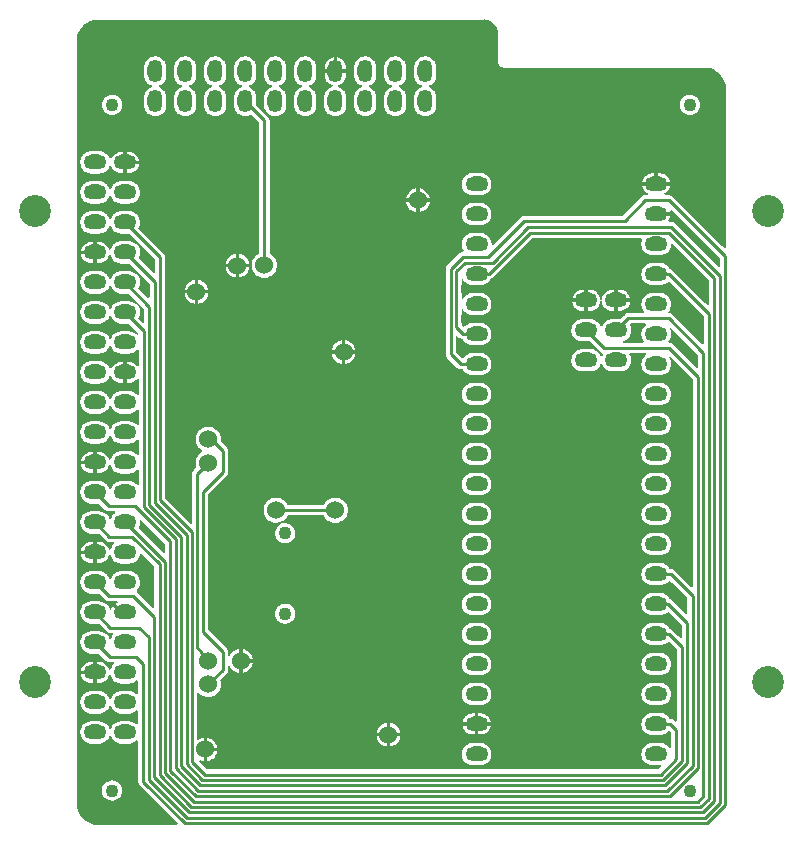
<source format=gbl>
G04 Layer_Physical_Order=2*
G04 Layer_Color=11436288*
%FSLAX25Y25*%
%MOIN*%
G70*
G01*
G75*
%ADD15C,0.06000*%
%ADD31C,0.01000*%
%ADD34C,0.01598*%
%ADD35C,0.10630*%
%ADD36C,0.04331*%
%ADD37O,0.07500X0.05000*%
%ADD38O,0.05000X0.07500*%
G36*
X292517Y269420D02*
X292068Y269076D01*
X291475Y268303D01*
X291102Y267403D01*
X290975Y266437D01*
X291102Y265471D01*
X291475Y264571D01*
X291879Y264044D01*
X291632Y263544D01*
X284823D01*
X284790Y264044D01*
X284854Y264053D01*
X285754Y264425D01*
X286527Y265019D01*
X287120Y265792D01*
X287493Y266691D01*
X287620Y267657D01*
X287493Y268623D01*
X287123Y269515D01*
X287156Y269568D01*
X287445Y269920D01*
X292347D01*
X292517Y269420D01*
D02*
G37*
G36*
X132267Y196526D02*
Y193462D01*
X131805Y193271D01*
X123367Y201709D01*
X123403Y201756D01*
X123776Y202656D01*
X123903Y203622D01*
X123818Y204268D01*
X124292Y204501D01*
X132267Y196526D01*
D02*
G37*
G36*
X317164Y291605D02*
Y288879D01*
X316702Y288688D01*
X302128Y303263D01*
X301566Y303638D01*
X300902Y303770D01*
X300202D01*
X299956Y304270D01*
X300264Y304672D01*
X300617Y305523D01*
X300658Y305837D01*
X295957D01*
Y307037D01*
X300658D01*
X300617Y307351D01*
X300550Y307512D01*
X300973Y307796D01*
X317164Y291605D01*
D02*
G37*
G36*
X239234Y371185D02*
X239637Y371088D01*
X239732Y371076D01*
X239791Y371051D01*
X239978Y371006D01*
X240684Y370714D01*
X240848Y370614D01*
X240907Y370589D01*
X240983Y370531D01*
X241336Y370314D01*
X241875Y369854D01*
X241909Y369809D01*
X241950Y369778D01*
X242379Y369276D01*
X242591Y368930D01*
X242632Y368876D01*
X242650Y368833D01*
X242750Y368670D01*
X243022Y368013D01*
X243067Y367827D01*
X243085Y367784D01*
X243093Y367716D01*
X243188Y367322D01*
X243240Y366664D01*
X243233Y366613D01*
Y366400D01*
Y357200D01*
X243275Y356882D01*
X243325Y356631D01*
X243472Y356276D01*
X243614Y356064D01*
X243809Y355809D01*
X244063Y355614D01*
X244276Y355472D01*
X244631Y355325D01*
X244882Y355275D01*
X245200Y355233D01*
X312364D01*
X312364D01*
X312365D01*
X312365Y355233D01*
X312764Y355189D01*
X312845Y355184D01*
X312853Y355184D01*
X313646Y355105D01*
X313724Y355082D01*
X313798Y355073D01*
X314067Y355020D01*
X314882Y354743D01*
X315654Y354363D01*
X315998Y354133D01*
X316013Y354125D01*
X316026Y354114D01*
X316370Y353884D01*
X316975Y353354D01*
X317009Y353309D01*
X317062Y353268D01*
X317674Y352571D01*
X317914Y352212D01*
X317956Y352161D01*
X317988Y352101D01*
X318227Y351743D01*
X318667Y350851D01*
X318987Y349909D01*
X319071Y349486D01*
X319091Y349422D01*
X319097Y349355D01*
X319181Y348933D01*
X319242Y348007D01*
X319233Y347940D01*
Y296372D01*
X319212Y296363D01*
Y295113D01*
X318750Y294922D01*
X317866Y295806D01*
X317847Y295798D01*
X301409Y312236D01*
X301188Y312406D01*
X301002Y312530D01*
X300693Y312658D01*
X300197Y312757D01*
X298775D01*
X298675Y313257D01*
X298972Y313380D01*
X299703Y313941D01*
X299930Y314237D01*
X299930Y314238D01*
X299948Y314261D01*
X300158Y314534D01*
X300374Y314939D01*
X300506Y315257D01*
X300639Y315696D01*
X300658Y315837D01*
X291255D01*
X291274Y315696D01*
X291407Y315257D01*
X291539Y314939D01*
X291755Y314534D01*
X291965Y314261D01*
X292007Y314210D01*
X292007Y314206D01*
X292211Y313941D01*
X292942Y313380D01*
X293238Y313257D01*
X293139Y312757D01*
X292323D01*
X291659Y312625D01*
X291571Y312566D01*
X291563Y312549D01*
X291518Y312530D01*
X291332Y312406D01*
X291265Y312354D01*
X291110Y312236D01*
X284723Y305849D01*
X251969D01*
X251692Y305812D01*
X251473Y305768D01*
X251163Y305640D01*
X250978Y305516D01*
X250756Y305346D01*
X242505Y297095D01*
X242480Y297096D01*
X241514Y296130D01*
X241065Y296351D01*
X241076Y296437D01*
X240949Y297403D01*
X240880Y297571D01*
X240865Y297577D01*
X240832Y297685D01*
X240693Y298021D01*
X240464Y298449D01*
X240243Y298737D01*
X239973Y299066D01*
X239645Y299336D01*
X239356Y299557D01*
X238928Y299786D01*
X238593Y299925D01*
X238128Y300066D01*
X237768Y300113D01*
X237345Y300155D01*
X234844D01*
X234421Y300113D01*
X234061Y300066D01*
X233596Y299925D01*
X233261Y299786D01*
X232833Y299557D01*
X232544Y299336D01*
X232215Y299066D01*
X231946Y298737D01*
X231724Y298449D01*
X231496Y298021D01*
X231357Y297685D01*
X231216Y297221D01*
X231168Y296860D01*
X231127Y296437D01*
X231168Y296014D01*
X231216Y295653D01*
X231347Y295221D01*
X231347Y295211D01*
X231612Y294571D01*
X231843Y294270D01*
X231597Y293770D01*
X231421D01*
X230757Y293638D01*
X230430Y293420D01*
X230418Y293410D01*
X230208Y293250D01*
X229478Y292520D01*
X226318Y289360D01*
X226148Y289138D01*
X226024Y288952D01*
X225896Y288643D01*
X225852Y288424D01*
X225816Y288147D01*
Y259674D01*
X225852Y259397D01*
X225896Y259178D01*
X226024Y258869D01*
X226148Y258683D01*
X226318Y258462D01*
X229555Y255225D01*
X229663Y255142D01*
X229777Y255054D01*
X229962Y254930D01*
X230230Y254820D01*
X230272Y254802D01*
X230491Y254759D01*
X230768Y254722D01*
X231566D01*
X231724Y254425D01*
X231946Y254137D01*
X232215Y253808D01*
X232544Y253538D01*
X232833Y253317D01*
X233261Y253088D01*
X233596Y252949D01*
X234061Y252808D01*
X234421Y252761D01*
X234844Y252719D01*
X237345D01*
X237768Y252761D01*
X238128Y252808D01*
X238593Y252949D01*
X238928Y253088D01*
X239356Y253317D01*
X239645Y253538D01*
X239973Y253808D01*
X240243Y254137D01*
X240464Y254425D01*
X240693Y254853D01*
X240832Y255189D01*
X240973Y255653D01*
X241021Y256014D01*
X241062Y256437D01*
X241021Y256860D01*
X240973Y257221D01*
X240832Y257685D01*
X240693Y258021D01*
X240464Y258449D01*
X240243Y258737D01*
X239973Y259066D01*
X239645Y259336D01*
X239356Y259557D01*
X238928Y259786D01*
X238593Y259925D01*
X238128Y260066D01*
X237768Y260113D01*
X237345Y260155D01*
X234844D01*
X234421Y260113D01*
X234061Y260066D01*
X233596Y259925D01*
X233261Y259786D01*
X232833Y259557D01*
X232544Y259336D01*
X232215Y259066D01*
X232199Y259067D01*
X231807Y258556D01*
X231205Y258479D01*
X231156Y258500D01*
X230483Y259173D01*
X230427Y259203D01*
X229245Y260384D01*
Y264422D01*
X229264Y264428D01*
Y265663D01*
X229726Y265854D01*
X230369Y265211D01*
X230789Y264931D01*
X231099Y264802D01*
X231317Y264759D01*
X231373Y264752D01*
X231563Y264726D01*
X231724Y264425D01*
X231946Y264137D01*
X232215Y263808D01*
X232544Y263538D01*
X232833Y263317D01*
X233261Y263088D01*
X233596Y262949D01*
X234061Y262808D01*
X234421Y262761D01*
X234844Y262719D01*
X237345D01*
X237768Y262761D01*
X238128Y262808D01*
X238593Y262949D01*
X238928Y263088D01*
X239356Y263317D01*
X239645Y263538D01*
X239973Y263808D01*
X240243Y264137D01*
X240464Y264425D01*
X240693Y264853D01*
X240832Y265189D01*
X240973Y265653D01*
X241021Y266014D01*
X241062Y266437D01*
X241021Y266860D01*
X240973Y267221D01*
X240832Y267685D01*
X240693Y268021D01*
X240464Y268449D01*
X240243Y268737D01*
X239973Y269066D01*
X239645Y269336D01*
X239356Y269557D01*
X238928Y269786D01*
X238593Y269925D01*
X238128Y270066D01*
X237768Y270113D01*
X237345Y270155D01*
X234844D01*
X234421Y270113D01*
X234061Y270066D01*
X233596Y269925D01*
X233261Y269786D01*
X232833Y269557D01*
X232544Y269336D01*
X232499Y269298D01*
X232497Y269299D01*
X232206Y269076D01*
X232090Y268925D01*
X231591Y268892D01*
X231064Y269419D01*
Y269990D01*
X231045Y270005D01*
Y272869D01*
X231064Y272884D01*
Y274589D01*
X231564Y274688D01*
X231612Y274571D01*
X232206Y273798D01*
X232833Y273317D01*
X233261Y273088D01*
X233596Y272949D01*
X234061Y272808D01*
X234421Y272761D01*
X234844Y272719D01*
X237345D01*
X237768Y272761D01*
X238128Y272808D01*
X238593Y272949D01*
X238928Y273088D01*
X239356Y273317D01*
X239645Y273538D01*
X239973Y273808D01*
X240243Y274137D01*
X240464Y274425D01*
X240693Y274853D01*
X240832Y275189D01*
X240973Y275653D01*
X241021Y276014D01*
X241062Y276437D01*
X241021Y276860D01*
X240973Y277221D01*
X240832Y277685D01*
X240693Y278021D01*
X240464Y278449D01*
X240243Y278737D01*
X239973Y279066D01*
X239645Y279336D01*
X239356Y279557D01*
X238928Y279786D01*
X238593Y279925D01*
X238128Y280066D01*
X237768Y280113D01*
X237345Y280155D01*
X234844D01*
X234421Y280113D01*
X234061Y280066D01*
X233596Y279925D01*
X233261Y279786D01*
X232833Y279557D01*
X232206Y279076D01*
X231612Y278303D01*
X231564Y278186D01*
X231064Y278285D01*
Y279990D01*
X231045Y280005D01*
Y282869D01*
X231064Y282884D01*
Y284589D01*
X231564Y284688D01*
X231612Y284571D01*
X232206Y283798D01*
X232833Y283317D01*
X233261Y283088D01*
X233596Y282949D01*
X234061Y282808D01*
X234421Y282761D01*
X234844Y282719D01*
X237345D01*
X237768Y282761D01*
X238128Y282808D01*
X238593Y282949D01*
X238928Y283088D01*
X239356Y283317D01*
X239645Y283538D01*
X239973Y283808D01*
X240243Y284137D01*
X240464Y284425D01*
X240664Y284799D01*
X240672Y284802D01*
X240672Y284802D01*
X240673Y284802D01*
X240982Y284930D01*
X241168Y285054D01*
X241390Y285225D01*
X254687Y298522D01*
X289945D01*
X289982Y298504D01*
X291022D01*
X291351Y298004D01*
X291102Y297403D01*
X291031Y296860D01*
X290989Y296437D01*
X291031Y296014D01*
X291078Y295653D01*
X291219Y295189D01*
X291358Y294853D01*
X291587Y294425D01*
X291808Y294137D01*
X292078Y293808D01*
X292407Y293538D01*
X292695Y293317D01*
X293123Y293088D01*
X293459Y292949D01*
X293923Y292808D01*
X294284Y292761D01*
X294707Y292719D01*
X297207D01*
X297630Y292761D01*
X297990Y292808D01*
X298455Y292949D01*
X298791Y293088D01*
X299219Y293317D01*
X299507Y293538D01*
X299836Y293808D01*
X300105Y294137D01*
X300327Y294425D01*
X300555Y294853D01*
X300812Y295471D01*
X300922Y296313D01*
X301384Y296558D01*
X302323Y295619D01*
X302351Y295618D01*
X313583Y284386D01*
Y277416D01*
X313564Y277408D01*
Y276154D01*
X313102Y275963D01*
X312216Y276850D01*
X312197Y276842D01*
X301390Y287649D01*
X301168Y287820D01*
X300982Y287944D01*
X300913Y287972D01*
X300673Y288072D01*
X300522Y288102D01*
X300520Y288107D01*
X300509Y288108D01*
X300327Y288449D01*
X300105Y288737D01*
X299836Y289066D01*
X299507Y289336D01*
X299219Y289557D01*
X298791Y289786D01*
X298455Y289925D01*
X297990Y290066D01*
X297630Y290113D01*
X297207Y290155D01*
X294707D01*
X294284Y290113D01*
X293923Y290066D01*
X293459Y289925D01*
X293123Y289786D01*
X292695Y289557D01*
X292407Y289336D01*
X292078Y289066D01*
X291808Y288737D01*
X291587Y288449D01*
X291358Y288021D01*
X291219Y287685D01*
X291078Y287221D01*
X291031Y286860D01*
X290989Y286437D01*
X291031Y286014D01*
X291078Y285653D01*
X291219Y285189D01*
X291358Y284853D01*
X291587Y284425D01*
X291808Y284137D01*
X292078Y283808D01*
X292407Y283538D01*
X292695Y283317D01*
X293123Y283088D01*
X293459Y282949D01*
X293923Y282808D01*
X294284Y282761D01*
X294707Y282719D01*
X297207D01*
X297630Y282761D01*
X297990Y282808D01*
X298455Y282949D01*
X298791Y283088D01*
X299219Y283317D01*
X299507Y283538D01*
X299836Y283808D01*
X300356Y283834D01*
X311783Y272406D01*
Y264452D01*
X311764Y264444D01*
Y263191D01*
X311302Y262999D01*
X310416Y263886D01*
X310397Y263878D01*
X301409Y272866D01*
X301188Y273036D01*
X300860Y273255D01*
X300197Y273387D01*
X300057D01*
X299914Y273887D01*
X300439Y274571D01*
X300546Y274831D01*
X300546Y274835D01*
X300555Y274853D01*
X300695Y275189D01*
X300835Y275653D01*
X300883Y276014D01*
X300925Y276437D01*
X300883Y276860D01*
X300835Y277221D01*
X300695Y277685D01*
X300555Y278021D01*
X300327Y278449D01*
X300105Y278737D01*
X299836Y279066D01*
X299507Y279336D01*
X299219Y279557D01*
X298791Y279786D01*
X298455Y279925D01*
X297990Y280066D01*
X297630Y280113D01*
X297207Y280155D01*
X294707D01*
X294284Y280113D01*
X293923Y280066D01*
X293459Y279925D01*
X293123Y279786D01*
X292695Y279557D01*
X292407Y279336D01*
X292078Y279066D01*
X291808Y278737D01*
X291587Y278449D01*
X291358Y278021D01*
X291219Y277685D01*
X291078Y277221D01*
X291031Y276860D01*
X290989Y276437D01*
X291031Y276014D01*
X291078Y275653D01*
X291219Y275189D01*
X291475Y274571D01*
X292000Y273887D01*
X291856Y273387D01*
X290519D01*
X290498Y273368D01*
X286967D01*
X286905D01*
X286634Y273368D01*
X286584Y273377D01*
X285971Y273255D01*
X285432Y272895D01*
X285433Y272894D01*
X285421Y272866D01*
X285099Y272544D01*
X285059Y272504D01*
X283927Y271372D01*
X283888Y271375D01*
X281388D01*
X280965Y271334D01*
X280604Y271286D01*
X280140Y271145D01*
X279804Y271006D01*
X279376Y270778D01*
X279087Y270556D01*
X278759Y270286D01*
X278529Y270006D01*
X278526Y270005D01*
X278156Y269523D01*
X277908Y268926D01*
X277367D01*
X277120Y269523D01*
X276750Y270005D01*
X276747Y270006D01*
X276517Y270286D01*
X276188Y270556D01*
X275900Y270778D01*
X275472Y271006D01*
X275136Y271145D01*
X274672Y271286D01*
X274311Y271334D01*
X273888Y271375D01*
X271388D01*
X270965Y271334D01*
X270604Y271286D01*
X270140Y271145D01*
X269804Y271006D01*
X269376Y270778D01*
X269088Y270556D01*
X268759Y270286D01*
X268489Y269958D01*
X268268Y269669D01*
X268039Y269241D01*
X267900Y268905D01*
X267759Y268441D01*
X267712Y268080D01*
X267670Y267657D01*
X267712Y267234D01*
X267759Y266874D01*
X267900Y266409D01*
X268039Y266074D01*
X268268Y265646D01*
X268489Y265357D01*
X268759Y265029D01*
X269088Y264759D01*
X269376Y264537D01*
X269804Y264309D01*
X270140Y264170D01*
X270604Y264029D01*
X270965Y263981D01*
X271388Y263939D01*
X273888D01*
X273927Y263943D01*
X275167Y262703D01*
X275160Y262684D01*
X277259Y260585D01*
X277821Y260210D01*
X278022Y260170D01*
X278229Y259619D01*
X278156Y259523D01*
X277908Y258926D01*
X277367D01*
X277120Y259523D01*
X276527Y260296D01*
X275754Y260889D01*
X274854Y261262D01*
X274311Y261334D01*
X273888Y261375D01*
X271388D01*
X270965Y261334D01*
X270604Y261286D01*
X270140Y261145D01*
X269804Y261006D01*
X269376Y260777D01*
X269088Y260556D01*
X268759Y260286D01*
X268489Y259958D01*
X268268Y259669D01*
X268039Y259241D01*
X267900Y258906D01*
X267759Y258441D01*
X267712Y258081D01*
X267670Y257657D01*
X267712Y257234D01*
X267759Y256874D01*
X267900Y256409D01*
X268039Y256074D01*
X268268Y255646D01*
X268489Y255357D01*
X268759Y255029D01*
X269088Y254759D01*
X269376Y254537D01*
X269804Y254309D01*
X270140Y254170D01*
X270604Y254029D01*
X270965Y253981D01*
X271388Y253940D01*
X273888D01*
X274311Y253981D01*
X274672Y254029D01*
X275136Y254170D01*
X275472Y254309D01*
X275900Y254537D01*
X276188Y254759D01*
X276517Y255029D01*
X276747Y255309D01*
X276750Y255310D01*
X277120Y255791D01*
X277367Y256389D01*
X277908D01*
X278156Y255791D01*
X278526Y255310D01*
X278529Y255309D01*
X278759Y255029D01*
X279087Y254759D01*
X279376Y254537D01*
X279804Y254309D01*
X280140Y254170D01*
X280604Y254029D01*
X280965Y253981D01*
X281388Y253940D01*
X283888D01*
X284311Y253981D01*
X284671Y254029D01*
X285136Y254170D01*
X285472Y254309D01*
X285900Y254537D01*
X286188Y254759D01*
X286517Y255029D01*
X286787Y255357D01*
X287008Y255646D01*
X287237Y256074D01*
X287376Y256409D01*
X287517Y256874D01*
X287564Y257234D01*
X287606Y257657D01*
X287564Y258081D01*
X287517Y258441D01*
X287470Y258596D01*
X287489Y258632D01*
X287120Y259523D01*
X287038Y259629D01*
X287260Y260078D01*
X288459D01*
X288480Y260096D01*
X291057D01*
X291072Y260082D01*
X291073Y260078D01*
X292581D01*
X292722Y259578D01*
X292068Y259076D01*
X291587Y258449D01*
X291358Y258021D01*
X291219Y257685D01*
X291078Y257221D01*
X291031Y256860D01*
X290989Y256437D01*
X291031Y256014D01*
X291078Y255653D01*
X291219Y255189D01*
X291358Y254853D01*
X291587Y254425D01*
X291808Y254137D01*
X292078Y253808D01*
X292407Y253538D01*
X292695Y253317D01*
X293123Y253088D01*
X293459Y252949D01*
X293923Y252808D01*
X294284Y252761D01*
X294707Y252719D01*
X297207D01*
X297630Y252761D01*
X297990Y252808D01*
X298455Y252949D01*
X298791Y253088D01*
X299219Y253317D01*
X299507Y253538D01*
X299836Y253808D01*
X300105Y254137D01*
X300327Y254425D01*
X300555Y254853D01*
X300695Y255189D01*
X300835Y255653D01*
X300883Y256014D01*
X300925Y256437D01*
X300914Y256548D01*
X300923Y256553D01*
X300812Y257403D01*
X300439Y258303D01*
X300083Y258767D01*
X300460Y259097D01*
X302336Y257221D01*
X302354Y257229D01*
X308183Y251400D01*
Y183406D01*
X308164Y183399D01*
Y182145D01*
X307702Y181954D01*
X306816Y182840D01*
X306797Y182833D01*
X301980Y187650D01*
X301758Y187820D01*
X301573Y187943D01*
X301264Y188072D01*
X301045Y188115D01*
X300768Y188152D01*
X300486D01*
X300327Y188449D01*
X300105Y188737D01*
X299836Y189066D01*
X299507Y189336D01*
X299219Y189557D01*
X298791Y189786D01*
X298455Y189925D01*
X297990Y190066D01*
X297630Y190113D01*
X297207Y190155D01*
X294707D01*
X294284Y190113D01*
X293923Y190066D01*
X293459Y189925D01*
X293123Y189786D01*
X292695Y189557D01*
X292407Y189336D01*
X292078Y189066D01*
X291808Y188737D01*
X291587Y188449D01*
X291358Y188021D01*
X291219Y187685D01*
X291078Y187221D01*
X291031Y186860D01*
X290989Y186437D01*
X291031Y186014D01*
X291078Y185653D01*
X291219Y185189D01*
X291358Y184853D01*
X291587Y184425D01*
X291808Y184137D01*
X292078Y183808D01*
X292407Y183538D01*
X292695Y183317D01*
X293123Y183088D01*
X293459Y182949D01*
X293923Y182808D01*
X294284Y182761D01*
X294707Y182719D01*
X297207D01*
X297630Y182761D01*
X297990Y182808D01*
X298455Y182949D01*
X298791Y183088D01*
X299219Y183317D01*
X299507Y183538D01*
X299836Y183808D01*
X299850Y183804D01*
X300097Y184125D01*
X300595Y184158D01*
X301377Y183377D01*
X301413Y183366D01*
X306356Y178424D01*
Y174407D01*
X306338Y174399D01*
Y173145D01*
X305876Y172954D01*
X304989Y173840D01*
X304970Y173832D01*
X301153Y177649D01*
X300932Y177820D01*
X300746Y177944D01*
X300677Y177972D01*
X300554Y178023D01*
X300327Y178449D01*
X300105Y178737D01*
X299836Y179066D01*
X299507Y179336D01*
X299219Y179557D01*
X298791Y179786D01*
X298455Y179925D01*
X297990Y180066D01*
X297630Y180113D01*
X297207Y180155D01*
X294707D01*
X294284Y180113D01*
X293923Y180066D01*
X293459Y179925D01*
X293123Y179786D01*
X292695Y179557D01*
X292407Y179336D01*
X292078Y179066D01*
X291808Y178737D01*
X291587Y178449D01*
X291358Y178021D01*
X291219Y177685D01*
X291078Y177221D01*
X291031Y176860D01*
X290989Y176437D01*
X291031Y176014D01*
X291078Y175653D01*
X291219Y175189D01*
X291358Y174853D01*
X291587Y174425D01*
X291808Y174137D01*
X292078Y173808D01*
X292407Y173538D01*
X292695Y173317D01*
X293123Y173088D01*
X293459Y172949D01*
X293923Y172808D01*
X294284Y172761D01*
X294707Y172719D01*
X297207D01*
X297630Y172761D01*
X297990Y172808D01*
X298455Y172949D01*
X298791Y173088D01*
X299219Y173317D01*
X299507Y173538D01*
X299836Y173808D01*
X300131Y173822D01*
X304556Y169397D01*
Y166364D01*
X304538Y166356D01*
Y165102D01*
X304076Y164911D01*
X303189Y165798D01*
X303170Y165790D01*
X301311Y167649D01*
X301089Y167820D01*
X300904Y167944D01*
X300835Y167972D01*
X300594Y168072D01*
X300529Y168085D01*
X300524Y168096D01*
X300515Y168097D01*
X300327Y168449D01*
X300105Y168737D01*
X299836Y169066D01*
X299507Y169336D01*
X299219Y169557D01*
X298791Y169786D01*
X298455Y169925D01*
X297990Y170066D01*
X297630Y170113D01*
X297207Y170155D01*
X294707D01*
X294284Y170113D01*
X293923Y170066D01*
X293459Y169925D01*
X293123Y169786D01*
X292695Y169557D01*
X292407Y169336D01*
X292078Y169066D01*
X291808Y168737D01*
X291587Y168449D01*
X291358Y168021D01*
X291219Y167685D01*
X291078Y167221D01*
X291031Y166860D01*
X290989Y166437D01*
X291031Y166014D01*
X291078Y165653D01*
X291219Y165189D01*
X291358Y164853D01*
X291587Y164425D01*
X291808Y164137D01*
X292078Y163808D01*
X292407Y163538D01*
X292695Y163317D01*
X293123Y163088D01*
X293459Y162949D01*
X293923Y162808D01*
X294284Y162761D01*
X294707Y162719D01*
X297207D01*
X297630Y162761D01*
X297990Y162808D01*
X298455Y162949D01*
X298791Y163088D01*
X299219Y163317D01*
X299507Y163538D01*
X299836Y163808D01*
X300281Y163830D01*
X302756Y161354D01*
Y138736D01*
X302738Y138725D01*
Y137375D01*
X302276Y137183D01*
X301797Y137663D01*
X301324Y137979D01*
X301307Y137972D01*
X301067Y138072D01*
X300848Y138115D01*
X300793Y138122D01*
X300571Y138152D01*
X300486D01*
X300327Y138449D01*
X300105Y138737D01*
X299836Y139066D01*
X299507Y139336D01*
X299219Y139557D01*
X298791Y139786D01*
X298455Y139925D01*
X297990Y140066D01*
X297630Y140113D01*
X297207Y140155D01*
X294707D01*
X294284Y140113D01*
X293923Y140066D01*
X293459Y139925D01*
X293123Y139786D01*
X292695Y139557D01*
X292407Y139336D01*
X292078Y139066D01*
X291808Y138737D01*
X291587Y138449D01*
X291358Y138021D01*
X291219Y137685D01*
X291078Y137221D01*
X291031Y136860D01*
X290989Y136437D01*
X291031Y136014D01*
X291078Y135653D01*
X291219Y135189D01*
X291358Y134853D01*
X291587Y134425D01*
X291808Y134137D01*
X292078Y133808D01*
X292407Y133538D01*
X292695Y133317D01*
X293123Y133088D01*
X293459Y132949D01*
X293923Y132808D01*
X294284Y132761D01*
X294707Y132719D01*
X297207D01*
X297630Y132761D01*
X297990Y132808D01*
X298455Y132949D01*
X298791Y133088D01*
X299219Y133317D01*
X299846Y133798D01*
X300011Y134014D01*
X300510Y134047D01*
X300938Y133619D01*
Y132852D01*
X300956Y132836D01*
Y130038D01*
X300938Y130022D01*
Y128405D01*
X300439Y128303D01*
X299846Y129076D01*
X299219Y129557D01*
X298791Y129786D01*
X298455Y129925D01*
X297990Y130066D01*
X297630Y130113D01*
X297207Y130155D01*
X294707D01*
X294284Y130113D01*
X293923Y130066D01*
X293459Y129925D01*
X293123Y129786D01*
X292695Y129557D01*
X292407Y129336D01*
X292078Y129066D01*
X291808Y128737D01*
X291587Y128449D01*
X291358Y128021D01*
X291219Y127685D01*
X291078Y127221D01*
X291031Y126860D01*
X290989Y126437D01*
X291031Y126014D01*
X291078Y125653D01*
X291219Y125189D01*
X291358Y124853D01*
X291587Y124425D01*
X291808Y124137D01*
X292078Y123808D01*
X292407Y123538D01*
X292695Y123317D01*
X293123Y123088D01*
X293459Y122949D01*
X293923Y122808D01*
X294707Y122705D01*
X297207D01*
X297466Y122739D01*
X297700Y122266D01*
X296741Y121307D01*
X293935D01*
X293935Y121288D01*
X238117D01*
X238116Y121307D01*
X234073D01*
X234072Y121288D01*
X146173D01*
X144966Y122495D01*
X144974Y122513D01*
X143512Y123976D01*
X143795Y124399D01*
X144625Y124056D01*
X145069Y123997D01*
Y127953D01*
Y131908D01*
X144822Y131876D01*
X144415Y131752D01*
X144403Y131758D01*
X143652Y131447D01*
X143382Y131239D01*
X142933Y131460D01*
Y132701D01*
X142915Y132717D01*
Y145304D01*
X142933Y145317D01*
Y146734D01*
X143433Y146904D01*
X143658Y146611D01*
X144394Y146046D01*
X144415Y146052D01*
X144741Y145852D01*
X145352Y145599D01*
X145887Y145471D01*
X146214Y145428D01*
X146653Y145393D01*
X147093Y145428D01*
X147420Y145471D01*
X147955Y145599D01*
X148566Y145852D01*
X149036Y146140D01*
X149298Y146341D01*
X149633Y146627D01*
X149919Y146962D01*
X150120Y147224D01*
X150407Y147694D01*
X150660Y148304D01*
X150789Y148840D01*
X150832Y149167D01*
X150866Y149606D01*
X150832Y150045D01*
X150789Y150373D01*
X150660Y150908D01*
X150586Y151087D01*
D01*
X150578Y151106D01*
X152787Y153315D01*
X152870Y153423D01*
X152957Y153537D01*
X153081Y153722D01*
X153192Y153990D01*
X153209Y154032D01*
X153308Y154528D01*
Y155794D01*
X153808Y155893D01*
X153986Y155463D01*
X154628Y154628D01*
X154771Y154518D01*
X154785Y154517D01*
X154994Y154347D01*
X155305Y154107D01*
X155768Y153860D01*
X156131Y153710D01*
X156633Y153557D01*
X156880Y153525D01*
Y157480D01*
Y161436D01*
X156633Y161403D01*
X156131Y161251D01*
X155768Y161101D01*
X155305Y160853D01*
X154994Y160614D01*
X154785Y160443D01*
X154771Y160443D01*
X154628Y160333D01*
X153986Y159498D01*
X153808Y159067D01*
X153308Y159167D01*
Y160433D01*
X153209Y160929D01*
X153181Y160998D01*
X153081Y161238D01*
X152957Y161424D01*
X152906Y161491D01*
X152787Y161645D01*
X146515Y167918D01*
Y212987D01*
X152787Y219260D01*
X152870Y219368D01*
X152957Y219482D01*
X153081Y219667D01*
X153192Y219935D01*
X153209Y219976D01*
X153253Y220195D01*
X153289Y220472D01*
Y227362D01*
X153260Y227584D01*
X153253Y227639D01*
X153209Y227858D01*
X153081Y228167D01*
X152957Y228353D01*
X152787Y228575D01*
X150797Y230565D01*
X150802Y230587D01*
X150797Y230592D01*
X150832Y230860D01*
X150866Y231299D01*
X150832Y231738D01*
X150789Y232066D01*
X150660Y232601D01*
X150407Y233212D01*
X150120Y233681D01*
X149919Y233943D01*
X149633Y234278D01*
X149298Y234564D01*
X149036Y234765D01*
X148566Y235053D01*
X147955Y235306D01*
X147420Y235435D01*
X147093Y235478D01*
X146653Y235512D01*
X146214Y235478D01*
X145887Y235435D01*
X145352Y235306D01*
X144741Y235053D01*
X144271Y234765D01*
X144009Y234564D01*
X143675Y234278D01*
X143388Y233943D01*
X143187Y233681D01*
X142900Y233212D01*
X142647Y232601D01*
X142518Y232066D01*
X142475Y231738D01*
X142441Y231299D01*
X142475Y230860D01*
X142518Y230533D01*
X142647Y229997D01*
X142900Y229386D01*
X143187Y228917D01*
X143388Y228655D01*
X143675Y228320D01*
X143699Y228300D01*
X143710Y228264D01*
X144535Y227630D01*
X144580Y227612D01*
Y227112D01*
X144535Y227094D01*
X143710Y226461D01*
X143699Y226425D01*
X143675Y226404D01*
X143388Y226069D01*
X143187Y225807D01*
X142900Y225338D01*
X142647Y224727D01*
X142518Y224192D01*
X142475Y223864D01*
X142441Y223425D01*
X142475Y222986D01*
X142518Y222659D01*
X142647Y222123D01*
X142721Y221944D01*
D01*
X142729Y221925D01*
X141788Y220984D01*
X141617Y220762D01*
X141493Y220577D01*
X141365Y220268D01*
X141322Y220049D01*
X141315Y219994D01*
X141285Y219772D01*
Y204609D01*
X141267Y204602D01*
Y203348D01*
X140805Y203157D01*
X139918Y204043D01*
X139900Y204035D01*
X132311Y211623D01*
Y291946D01*
X132282Y292168D01*
X132275Y292223D01*
X132231Y292442D01*
X132167Y292597D01*
X132103Y292752D01*
X131979Y292937D01*
X131928Y293005D01*
X131809Y293159D01*
X123314Y301654D01*
X123520Y302038D01*
X123659Y302374D01*
X123800Y302838D01*
X123847Y303199D01*
X123889Y303622D01*
X123847Y304045D01*
X123800Y304406D01*
X123659Y304870D01*
X123520Y305206D01*
X123291Y305634D01*
X123070Y305922D01*
X122800Y306251D01*
X122471Y306521D01*
X122183Y306742D01*
X121755Y306971D01*
X121419Y307110D01*
X120955Y307251D01*
X120594Y307298D01*
X120171Y307340D01*
X117671D01*
X117248Y307298D01*
X116887Y307251D01*
X116423Y307110D01*
X116087Y306971D01*
X115659Y306742D01*
X115371Y306521D01*
X115042Y306251D01*
X114812Y305971D01*
X114809Y305970D01*
X114439Y305488D01*
X114192Y304891D01*
X113651D01*
X113403Y305488D01*
X113033Y305970D01*
X113030Y305971D01*
X112800Y306251D01*
X112471Y306521D01*
X112183Y306742D01*
X111755Y306971D01*
X111419Y307110D01*
X110955Y307251D01*
X110594Y307298D01*
X110171Y307340D01*
X107671D01*
X107248Y307298D01*
X106887Y307251D01*
X106423Y307110D01*
X106087Y306971D01*
X105659Y306742D01*
X105371Y306521D01*
X105042Y306251D01*
X104772Y305922D01*
X104551Y305634D01*
X104322Y305206D01*
X104066Y304588D01*
X103939Y303622D01*
X104066Y302656D01*
X104322Y302038D01*
X104551Y301610D01*
X104772Y301322D01*
X105042Y300993D01*
X105371Y300723D01*
X105659Y300502D01*
X106087Y300273D01*
X106423Y300134D01*
X106887Y299993D01*
X107248Y299946D01*
X107671Y299904D01*
X110171D01*
X110594Y299946D01*
X110955Y299993D01*
X111419Y300134D01*
X111755Y300273D01*
X112183Y300502D01*
X112471Y300723D01*
X112800Y300993D01*
X113030Y301273D01*
X113033Y301274D01*
X113403Y301756D01*
X113651Y302353D01*
X114192D01*
X114439Y301756D01*
X114809Y301274D01*
X114812Y301273D01*
X115042Y300993D01*
X115371Y300723D01*
X115659Y300502D01*
X116087Y300273D01*
X116423Y300134D01*
X116887Y299993D01*
X117248Y299946D01*
X117671Y299904D01*
X120171D01*
X120210Y299908D01*
X121450Y298668D01*
X121443Y298649D01*
X128864Y291228D01*
Y286784D01*
X128402Y286593D01*
X123332Y291663D01*
X123403Y291756D01*
X123776Y292656D01*
X123903Y293622D01*
X123776Y294588D01*
X123403Y295488D01*
X122810Y296261D01*
X122037Y296854D01*
X121137Y297227D01*
X120594Y297298D01*
X120171Y297340D01*
X117671D01*
X117248Y297298D01*
X116887Y297251D01*
X116423Y297110D01*
X116087Y296971D01*
X115659Y296742D01*
X115371Y296521D01*
X115042Y296251D01*
X114772Y295922D01*
X114439Y295488D01*
X114066Y294588D01*
X113668Y294545D01*
X113561Y294583D01*
X113228Y295387D01*
X112913Y295798D01*
X112658Y296109D01*
X112347Y296364D01*
X112074Y296573D01*
X111670Y296790D01*
X111352Y296921D01*
X110913Y297055D01*
X110571Y297099D01*
X110171Y297139D01*
X109521D01*
Y293622D01*
Y290105D01*
X110171D01*
X110571Y290144D01*
X110913Y290189D01*
X111352Y290323D01*
X111670Y290454D01*
X112074Y290670D01*
X112347Y290880D01*
X112658Y291135D01*
X112913Y291446D01*
X113228Y291857D01*
X113561Y292661D01*
X113668Y292699D01*
X114066Y292656D01*
X114439Y291756D01*
X114772Y291322D01*
X115042Y290993D01*
X115371Y290723D01*
X115659Y290502D01*
X116087Y290273D01*
X116423Y290134D01*
X116887Y289993D01*
X117248Y289946D01*
X117671Y289904D01*
X120171D01*
X120210Y289908D01*
X121450Y288668D01*
X121443Y288649D01*
X127064Y283028D01*
Y278584D01*
X126602Y278393D01*
X123332Y281663D01*
X123403Y281756D01*
X123776Y282656D01*
X123903Y283622D01*
X123776Y284588D01*
X123403Y285488D01*
X122810Y286261D01*
X122037Y286854D01*
X121137Y287227D01*
X120594Y287298D01*
X120171Y287340D01*
X117671D01*
X117248Y287298D01*
X116887Y287251D01*
X116423Y287110D01*
X116087Y286971D01*
X115659Y286742D01*
X115371Y286521D01*
X115042Y286251D01*
X114812Y285970D01*
X114809Y285970D01*
X114439Y285488D01*
X114192Y284891D01*
X113651D01*
X113403Y285488D01*
X113033Y285970D01*
X113030Y285970D01*
X112800Y286251D01*
X112471Y286521D01*
X112183Y286742D01*
X111755Y286971D01*
X111419Y287110D01*
X110955Y287251D01*
X110594Y287298D01*
X110171Y287340D01*
X107671D01*
X107248Y287298D01*
X106887Y287251D01*
X106423Y287110D01*
X106087Y286971D01*
X105659Y286742D01*
X105371Y286521D01*
X105042Y286251D01*
X104772Y285922D01*
X104551Y285634D01*
X104322Y285206D01*
X104066Y284588D01*
X103939Y283622D01*
X104066Y282656D01*
X104439Y281756D01*
X105032Y280983D01*
X105805Y280390D01*
X106705Y280017D01*
X107671Y279890D01*
X110171D01*
X111137Y280017D01*
X112037Y280390D01*
X112810Y280983D01*
X113403Y281756D01*
X113651Y282353D01*
X114192D01*
X114439Y281756D01*
X115032Y280983D01*
X115805Y280390D01*
X116705Y280017D01*
X117671Y279890D01*
X120171D01*
X120198Y279894D01*
X125264Y274828D01*
Y270384D01*
X124802Y270193D01*
X123332Y271663D01*
X123403Y271756D01*
X123776Y272656D01*
X123903Y273622D01*
X123776Y274588D01*
X123403Y275488D01*
X122810Y276261D01*
X122037Y276854D01*
X121137Y277227D01*
X120171Y277354D01*
X117671D01*
X116705Y277227D01*
X115805Y276854D01*
X115032Y276261D01*
X114439Y275488D01*
X114192Y274891D01*
X113651D01*
X113403Y275488D01*
X112810Y276261D01*
X112037Y276854D01*
X111137Y277227D01*
X110171Y277354D01*
X107671D01*
X106705Y277227D01*
X105805Y276854D01*
X105032Y276261D01*
X104439Y275488D01*
X104066Y274588D01*
X103939Y273622D01*
X104066Y272656D01*
X104439Y271756D01*
X105032Y270983D01*
X105805Y270390D01*
X106705Y270017D01*
X107671Y269890D01*
X110171D01*
X111137Y270017D01*
X112037Y270390D01*
X112810Y270983D01*
X113403Y271756D01*
X113651Y272353D01*
X114192D01*
X114439Y271756D01*
X115032Y270983D01*
X115805Y270390D01*
X116705Y270017D01*
X117671Y269890D01*
X120171D01*
X120198Y269894D01*
X123394Y266698D01*
X123352Y266375D01*
X122839Y266224D01*
X122810Y266261D01*
X122037Y266854D01*
X121137Y267227D01*
X120171Y267354D01*
X117671D01*
X116705Y267227D01*
X115805Y266854D01*
X115032Y266261D01*
X114439Y265488D01*
X114192Y264891D01*
X113651D01*
X113403Y265488D01*
X112810Y266261D01*
X112037Y266854D01*
X111137Y267227D01*
X110171Y267354D01*
X107671D01*
X106705Y267227D01*
X105805Y266854D01*
X105032Y266261D01*
X104439Y265488D01*
X104066Y264588D01*
X103939Y263622D01*
X104066Y262656D01*
X104322Y262038D01*
X104551Y261610D01*
X104772Y261322D01*
X105042Y260993D01*
X105371Y260723D01*
X105659Y260502D01*
X106087Y260273D01*
X106423Y260134D01*
X106887Y259993D01*
X107248Y259946D01*
X107671Y259904D01*
X110171D01*
X110594Y259946D01*
X110955Y259993D01*
X111419Y260134D01*
X111755Y260273D01*
X112183Y260502D01*
X112471Y260723D01*
X112800Y260993D01*
X113030Y261274D01*
X113033Y261274D01*
X113403Y261756D01*
X113651Y262353D01*
X114192D01*
X114439Y261756D01*
X114809Y261274D01*
X114812Y261274D01*
X115042Y260993D01*
X115371Y260723D01*
X115659Y260502D01*
X116087Y260273D01*
X116423Y260134D01*
X116887Y259993D01*
X117248Y259946D01*
X117671Y259904D01*
X120171D01*
X120594Y259946D01*
X120955Y259993D01*
X121419Y260134D01*
X121755Y260273D01*
X121982Y260395D01*
X122018Y260382D01*
X122037Y260390D01*
X122810Y260983D01*
X122964Y261183D01*
X123464Y261013D01*
Y259626D01*
X123482Y259612D01*
Y257373D01*
X123464Y257362D01*
Y255902D01*
X122964Y255732D01*
X122667Y256118D01*
X122002Y256629D01*
X121982Y256623D01*
X121669Y256790D01*
X121352Y256921D01*
X120913Y257055D01*
X120571Y257100D01*
X120171Y257139D01*
X119521D01*
Y253622D01*
Y250105D01*
X120171D01*
X120571Y250145D01*
X120913Y250189D01*
X121352Y250323D01*
X121669Y250454D01*
X121982Y250621D01*
X122002Y250615D01*
X122667Y251126D01*
X122964Y251512D01*
X123464Y251342D01*
Y249882D01*
X123482Y249871D01*
Y247632D01*
X123464Y247618D01*
Y246231D01*
X122964Y246061D01*
X122810Y246261D01*
X122037Y246854D01*
X122018Y246862D01*
X121982Y246849D01*
X121755Y246971D01*
X121419Y247110D01*
X120955Y247251D01*
X120594Y247298D01*
X120171Y247340D01*
X117671D01*
X117248Y247298D01*
X116887Y247251D01*
X116423Y247110D01*
X116087Y246971D01*
X115659Y246742D01*
X115371Y246521D01*
X115042Y246251D01*
X114812Y245971D01*
X114809Y245970D01*
X114439Y245488D01*
X114192Y244891D01*
X113651D01*
X113403Y245488D01*
X113033Y245970D01*
X113030Y245971D01*
X112800Y246251D01*
X112471Y246521D01*
X112183Y246742D01*
X111755Y246971D01*
X111419Y247110D01*
X110955Y247251D01*
X110594Y247298D01*
X110171Y247340D01*
X107671D01*
X107248Y247298D01*
X106887Y247251D01*
X106423Y247110D01*
X106087Y246971D01*
X105659Y246742D01*
X105371Y246521D01*
X105042Y246251D01*
X104772Y245922D01*
X104551Y245634D01*
X104322Y245206D01*
X104066Y244588D01*
X103939Y243622D01*
X104066Y242656D01*
X104439Y241756D01*
X105032Y240983D01*
X105805Y240390D01*
X106705Y240017D01*
X107671Y239890D01*
X110171D01*
X111137Y240017D01*
X112037Y240390D01*
X112810Y240983D01*
X113403Y241756D01*
X113651Y242353D01*
X114192D01*
X114439Y241756D01*
X115032Y240983D01*
X115805Y240390D01*
X116705Y240017D01*
X117671Y239890D01*
X120171D01*
X121137Y240017D01*
X122037Y240390D01*
X122810Y240983D01*
X122964Y241183D01*
X123464Y241013D01*
Y236231D01*
X122964Y236061D01*
X122810Y236261D01*
X122037Y236854D01*
X121137Y237227D01*
X120171Y237354D01*
X117671D01*
X116705Y237227D01*
X115805Y236854D01*
X115032Y236261D01*
X114439Y235488D01*
X114192Y234891D01*
X113651D01*
X113403Y235488D01*
X112810Y236261D01*
X112037Y236854D01*
X111137Y237227D01*
X110171Y237354D01*
X107671D01*
X106705Y237227D01*
X105805Y236854D01*
X105032Y236261D01*
X104439Y235488D01*
X104066Y234588D01*
X103939Y233622D01*
X104066Y232656D01*
X104322Y232038D01*
X104551Y231610D01*
X104772Y231322D01*
X105042Y230993D01*
X105371Y230723D01*
X105659Y230502D01*
X106087Y230273D01*
X106423Y230134D01*
X106887Y229993D01*
X107248Y229946D01*
X107671Y229904D01*
X110171D01*
X110594Y229946D01*
X110955Y229993D01*
X111419Y230134D01*
X111755Y230273D01*
X112183Y230502D01*
X112471Y230723D01*
X112800Y230993D01*
X113030Y231274D01*
X113033Y231274D01*
X113403Y231756D01*
X113651Y232353D01*
X114192D01*
X114439Y231756D01*
X114809Y231274D01*
X114812Y231274D01*
X115042Y230993D01*
X115371Y230723D01*
X115659Y230502D01*
X116087Y230273D01*
X116423Y230134D01*
X116887Y229993D01*
X117248Y229946D01*
X117671Y229904D01*
X120171D01*
X120594Y229946D01*
X120955Y229993D01*
X121419Y230134D01*
X121755Y230273D01*
X121982Y230395D01*
X122018Y230382D01*
X122037Y230390D01*
X122810Y230983D01*
X122964Y231183D01*
X123464Y231013D01*
Y229626D01*
X123482Y229612D01*
Y227632D01*
X123464Y227618D01*
Y226231D01*
X122964Y226061D01*
X122810Y226261D01*
X122037Y226854D01*
X122018Y226862D01*
X121982Y226849D01*
X121755Y226971D01*
X121419Y227110D01*
X120955Y227251D01*
X120594Y227298D01*
X120171Y227340D01*
X117671D01*
X117248Y227298D01*
X116887Y227251D01*
X116423Y227110D01*
X116087Y226971D01*
X115659Y226742D01*
X115371Y226521D01*
X115042Y226251D01*
X114772Y225922D01*
X114439Y225488D01*
X114066Y224588D01*
X113668Y224545D01*
X113561Y224583D01*
X113228Y225387D01*
X112913Y225798D01*
X112658Y226109D01*
X112347Y226364D01*
X112074Y226573D01*
X111670Y226790D01*
X111352Y226921D01*
X110913Y227055D01*
X110571Y227099D01*
X110171Y227139D01*
X109521D01*
Y223622D01*
Y220105D01*
X110171D01*
X110571Y220145D01*
X110913Y220189D01*
X111352Y220323D01*
X111670Y220454D01*
X112074Y220671D01*
X112347Y220880D01*
X112658Y221135D01*
X112913Y221446D01*
X113228Y221857D01*
X113561Y222661D01*
X113668Y222699D01*
X114066Y222656D01*
X114439Y221756D01*
X114772Y221322D01*
X115042Y220993D01*
X115371Y220723D01*
X115659Y220502D01*
X116087Y220273D01*
X116423Y220134D01*
X116887Y219993D01*
X117248Y219946D01*
X117671Y219904D01*
X120171D01*
X120594Y219946D01*
X120955Y219993D01*
X121419Y220134D01*
X121755Y220273D01*
X121982Y220395D01*
X122018Y220382D01*
X122037Y220390D01*
X122810Y220983D01*
X122964Y221183D01*
X123464Y221013D01*
Y219626D01*
X123482Y219612D01*
Y217632D01*
X123464Y217618D01*
Y216231D01*
X122964Y216061D01*
X122810Y216261D01*
X122037Y216854D01*
X122018Y216862D01*
X121982Y216849D01*
X121755Y216971D01*
X121419Y217110D01*
X120955Y217251D01*
X120594Y217298D01*
X120171Y217340D01*
X117671D01*
X117248Y217298D01*
X116887Y217251D01*
X116423Y217110D01*
X116087Y216971D01*
X115659Y216742D01*
X115371Y216521D01*
X115042Y216251D01*
X114812Y215970D01*
X114809Y215970D01*
X114439Y215488D01*
X114192Y214891D01*
X113651D01*
X113403Y215488D01*
X113033Y215970D01*
X113030Y215970D01*
X112800Y216251D01*
X112471Y216521D01*
X112183Y216742D01*
X111755Y216971D01*
X111419Y217110D01*
X110955Y217251D01*
X110594Y217298D01*
X110171Y217340D01*
X107671D01*
X107248Y217298D01*
X106887Y217251D01*
X106423Y217110D01*
X106087Y216971D01*
X105659Y216742D01*
X105371Y216521D01*
X105042Y216251D01*
X104772Y215922D01*
X104551Y215634D01*
X104322Y215206D01*
X104066Y214588D01*
X103939Y213622D01*
X104066Y212656D01*
X104439Y211756D01*
X105032Y210983D01*
X105805Y210390D01*
X106705Y210017D01*
X107671Y209890D01*
X110171D01*
X110198Y209894D01*
X112262Y207829D01*
X112825Y207454D01*
X113488Y207322D01*
X115422D01*
X115494Y207228D01*
X115408Y206550D01*
X115032Y206261D01*
X114439Y205488D01*
X114192Y204891D01*
X113651D01*
X113403Y205488D01*
X112810Y206261D01*
X112037Y206854D01*
X111137Y207227D01*
X110171Y207354D01*
X107671D01*
X106705Y207227D01*
X105805Y206854D01*
X105032Y206261D01*
X104439Y205488D01*
X104066Y204588D01*
X103939Y203622D01*
X104066Y202656D01*
X104439Y201756D01*
X105032Y200983D01*
X105805Y200390D01*
X106705Y200017D01*
X107671Y199890D01*
X110171D01*
X110198Y199894D01*
X112499Y197593D01*
X113061Y197218D01*
X113724Y197086D01*
X115286D01*
X115455Y196586D01*
X115032Y196261D01*
X114439Y195488D01*
X114066Y194588D01*
X113668Y194545D01*
X113561Y194583D01*
X113228Y195387D01*
X112667Y196118D01*
X111936Y196679D01*
X111085Y197032D01*
X110171Y197152D01*
X109521D01*
Y193622D01*
Y190105D01*
X110171D01*
X110571Y190145D01*
X110913Y190189D01*
X111352Y190323D01*
X111670Y190454D01*
X112074Y190671D01*
X112347Y190880D01*
X112658Y191135D01*
X112913Y191446D01*
X113228Y191857D01*
X113561Y192661D01*
X113668Y192699D01*
X114066Y192656D01*
X114439Y191756D01*
X114772Y191322D01*
X115042Y190993D01*
X115371Y190723D01*
X115659Y190502D01*
X116087Y190273D01*
X116423Y190134D01*
X116887Y189993D01*
X117248Y189946D01*
X117671Y189904D01*
X120171D01*
X120594Y189946D01*
X120955Y189993D01*
X121419Y190134D01*
X121755Y190273D01*
X122183Y190502D01*
X122471Y190723D01*
X122800Y190993D01*
X123070Y191322D01*
X123291Y191610D01*
X123511Y192021D01*
X123513Y192022D01*
X123776Y192656D01*
X123833Y193088D01*
X124361Y193267D01*
X125216Y192412D01*
X125239Y192415D01*
X128685Y188969D01*
Y176487D01*
X128667Y176479D01*
Y175225D01*
X128205Y175034D01*
X127318Y175920D01*
X127299Y175913D01*
X123547Y179665D01*
X123513Y179726D01*
X122879Y180359D01*
X122765Y180436D01*
X122750Y180880D01*
X122822Y180999D01*
X123291Y181610D01*
X123520Y182038D01*
X123659Y182374D01*
X123800Y182838D01*
X123847Y183199D01*
X123889Y183622D01*
X123847Y184045D01*
X123800Y184406D01*
X123659Y184870D01*
X123520Y185206D01*
X123291Y185634D01*
X123070Y185922D01*
X122800Y186251D01*
X122471Y186521D01*
X122183Y186742D01*
X121755Y186971D01*
X121419Y187110D01*
X120955Y187251D01*
X120594Y187298D01*
X120171Y187340D01*
X117671D01*
X117248Y187298D01*
X116887Y187251D01*
X116423Y187110D01*
X116087Y186971D01*
X115659Y186742D01*
X115371Y186521D01*
X115042Y186251D01*
X114812Y185970D01*
X114809Y185970D01*
X114439Y185488D01*
X114192Y184891D01*
X113651D01*
X113403Y185488D01*
X113033Y185970D01*
X113030Y185970D01*
X112800Y186251D01*
X112471Y186521D01*
X112183Y186742D01*
X111755Y186971D01*
X111419Y187110D01*
X110955Y187251D01*
X110594Y187298D01*
X110171Y187340D01*
X107671D01*
X107248Y187298D01*
X106887Y187251D01*
X106423Y187110D01*
X106087Y186971D01*
X105659Y186742D01*
X105371Y186521D01*
X105042Y186251D01*
X104772Y185922D01*
X104551Y185634D01*
X104322Y185206D01*
X104066Y184588D01*
X103939Y183622D01*
X104066Y182656D01*
X104439Y181756D01*
X105032Y180983D01*
X105805Y180390D01*
X106705Y180017D01*
X107671Y179890D01*
X110171D01*
X110198Y179894D01*
X112184Y177908D01*
X112746Y177532D01*
X113409Y177401D01*
X116341D01*
X116440Y176901D01*
X115906Y176679D01*
X115175Y176118D01*
X114614Y175387D01*
X114281Y174583D01*
X114175Y174545D01*
X113776Y174588D01*
X113403Y175488D01*
X112810Y176261D01*
X112037Y176854D01*
X111137Y177227D01*
X110171Y177354D01*
X107671D01*
X106705Y177227D01*
X105805Y176854D01*
X105032Y176261D01*
X104439Y175488D01*
X104066Y174588D01*
X103939Y173622D01*
X104066Y172656D01*
X104439Y171756D01*
X105032Y170983D01*
X105805Y170390D01*
X106705Y170017D01*
X107671Y169890D01*
X110171D01*
X110198Y169894D01*
X112814Y167278D01*
X113376Y166903D01*
X114039Y166771D01*
X114919D01*
X115080Y166297D01*
X115032Y166261D01*
X114439Y165488D01*
X114192Y164891D01*
X113651D01*
X113403Y165488D01*
X112810Y166261D01*
X112037Y166854D01*
X111137Y167227D01*
X110171Y167354D01*
X107671D01*
X106705Y167227D01*
X105805Y166854D01*
X105032Y166261D01*
X104439Y165488D01*
X104066Y164588D01*
X103939Y163622D01*
X104066Y162656D01*
X104439Y161756D01*
X105032Y160983D01*
X105805Y160390D01*
X106705Y160017D01*
X107671Y159890D01*
X110171D01*
X110198Y159894D01*
X112656Y157436D01*
X113218Y157060D01*
X113882Y156928D01*
X115081D01*
X115250Y156428D01*
X115032Y156261D01*
X114439Y155488D01*
X114066Y154588D01*
X113668Y154545D01*
X113561Y154583D01*
X113228Y155387D01*
X112667Y156118D01*
X111936Y156679D01*
X111085Y157032D01*
X110171Y157152D01*
X109521D01*
Y153622D01*
Y150105D01*
X110171D01*
X110571Y150145D01*
X110913Y150189D01*
X111352Y150323D01*
X111670Y150454D01*
X112074Y150671D01*
X112347Y150880D01*
X112658Y151135D01*
X112913Y151446D01*
X113228Y151857D01*
X113561Y152661D01*
X113668Y152699D01*
X114066Y152656D01*
X114439Y151756D01*
X114772Y151322D01*
X115042Y150993D01*
X115371Y150723D01*
X115659Y150502D01*
X116087Y150273D01*
X116423Y150134D01*
X116887Y149993D01*
X117248Y149946D01*
X117671Y149904D01*
X120171D01*
X120594Y149946D01*
X120955Y149993D01*
X121419Y150134D01*
X121755Y150273D01*
X121785Y150289D01*
X121790Y150287D01*
X122037Y150390D01*
X122767Y150950D01*
X123109Y150882D01*
X123267Y150828D01*
Y149470D01*
X123285Y149451D01*
Y147793D01*
X123267Y147774D01*
Y146416D01*
X123109Y146362D01*
X122767Y146294D01*
X122037Y146854D01*
X121790Y146957D01*
X121785Y146955D01*
X121755Y146971D01*
X121419Y147110D01*
X120955Y147251D01*
X120594Y147298D01*
X120171Y147340D01*
X117671D01*
X117248Y147298D01*
X116887Y147251D01*
X116423Y147110D01*
X116087Y146971D01*
X115659Y146742D01*
X115371Y146521D01*
X115042Y146251D01*
X114812Y145970D01*
X114809Y145970D01*
X114439Y145488D01*
X114192Y144891D01*
X113651D01*
X113403Y145488D01*
X113033Y145970D01*
X113030Y145970D01*
X112800Y146251D01*
X112471Y146521D01*
X112183Y146742D01*
X111755Y146971D01*
X111419Y147110D01*
X110955Y147251D01*
X110594Y147298D01*
X110171Y147340D01*
X107671D01*
X107248Y147298D01*
X106887Y147251D01*
X106423Y147110D01*
X106087Y146971D01*
X105659Y146742D01*
X105371Y146521D01*
X105042Y146251D01*
X104772Y145922D01*
X104551Y145634D01*
X104322Y145206D01*
X104066Y144588D01*
X103939Y143622D01*
X104066Y142656D01*
X104439Y141756D01*
X105032Y140983D01*
X105805Y140390D01*
X106705Y140017D01*
X107671Y139890D01*
X110171D01*
X111137Y140017D01*
X112037Y140390D01*
X112810Y140983D01*
X113403Y141756D01*
X113651Y142353D01*
X114192D01*
X114439Y141756D01*
X115032Y140983D01*
X115805Y140390D01*
X116705Y140017D01*
X117671Y139890D01*
X120171D01*
X121137Y140017D01*
X122037Y140390D01*
X122767Y140950D01*
X123109Y140882D01*
X123267Y140828D01*
Y136416D01*
X123109Y136363D01*
X122767Y136294D01*
X122037Y136854D01*
X121137Y137227D01*
X120171Y137354D01*
X117671D01*
X116705Y137227D01*
X115805Y136854D01*
X115032Y136261D01*
X114439Y135488D01*
X114192Y134891D01*
X113651D01*
X113403Y135488D01*
X112810Y136261D01*
X112037Y136854D01*
X111137Y137227D01*
X110171Y137354D01*
X107671D01*
X106705Y137227D01*
X105805Y136854D01*
X105032Y136261D01*
X104439Y135488D01*
X104066Y134588D01*
X103939Y133622D01*
X104066Y132656D01*
X104439Y131756D01*
X105032Y130983D01*
X105805Y130390D01*
X106705Y130017D01*
X107671Y129890D01*
X110171D01*
X111137Y130017D01*
X112037Y130390D01*
X112810Y130983D01*
X113403Y131756D01*
X113651Y132353D01*
X114192D01*
X114439Y131756D01*
X115032Y130983D01*
X115805Y130390D01*
X116705Y130017D01*
X117671Y129890D01*
X120171D01*
X121137Y130017D01*
X122037Y130390D01*
X122767Y130950D01*
X123109Y130882D01*
X123267Y130828D01*
Y117126D01*
X123399Y116463D01*
X123774Y115900D01*
X136425Y103250D01*
X136233Y102788D01*
X110503D01*
X110503D01*
X110512D01*
X110503Y102788D01*
X110064Y102788D01*
X110018D01*
X110018D01*
D01*
X109534Y102813D01*
X109529Y102813D01*
X108603Y102904D01*
X107243Y103317D01*
X105989Y103988D01*
X104950Y104840D01*
X104906Y104906D01*
X104840Y104950D01*
X103988Y105989D01*
X103317Y107243D01*
X102904Y108603D01*
X102813Y109529D01*
X102788Y110018D01*
X102788D01*
Y110018D01*
Y145363D01*
X102767Y145368D01*
Y152718D01*
X102788Y152721D01*
Y185363D01*
X102767Y185368D01*
Y192718D01*
X102788Y192721D01*
Y215363D01*
X102767Y215368D01*
Y222718D01*
X102788Y222721D01*
Y224523D01*
X102767Y224526D01*
Y231876D01*
X102788Y231881D01*
Y245363D01*
X102767Y245368D01*
Y251876D01*
X102788Y251881D01*
Y255363D01*
X102767Y255368D01*
Y261876D01*
X102788Y261881D01*
Y285363D01*
X102767Y285368D01*
Y292718D01*
X102788Y292721D01*
Y294523D01*
X102767Y294526D01*
Y301876D01*
X102788Y301881D01*
Y305363D01*
X102767Y305368D01*
Y311876D01*
X102788Y311881D01*
Y315363D01*
X102767Y315368D01*
Y321876D01*
X102788Y321881D01*
Y325363D01*
X102767Y325368D01*
Y363840D01*
X102758Y363907D01*
X102819Y364833D01*
X102903Y365255D01*
X102909Y365322D01*
X102929Y365386D01*
X103013Y365809D01*
X103333Y366751D01*
X103773Y367643D01*
X104012Y368001D01*
X104044Y368060D01*
X104086Y368112D01*
X104325Y368471D01*
X104938Y369168D01*
X104991Y369209D01*
X105027Y369256D01*
X105663Y369814D01*
X106012Y370047D01*
X106038Y370069D01*
X106067Y370084D01*
X106416Y370318D01*
X107228Y370718D01*
X108086Y371009D01*
X108441Y371080D01*
X108470Y371083D01*
X108529Y371100D01*
X109388Y371185D01*
X109469Y371189D01*
X109877Y371233D01*
X109877D01*
Y371233D01*
X109877Y371233D01*
X238472D01*
X238528Y371241D01*
X239234Y371185D01*
D02*
G37*
G36*
X309964Y259435D02*
Y255148D01*
X309502Y254957D01*
X301423Y263037D01*
X300860Y263412D01*
X300270Y263530D01*
X300135Y263735D01*
X300034Y264044D01*
X300439Y264571D01*
X300812Y265471D01*
X300939Y266437D01*
X300812Y267403D01*
X300439Y268303D01*
X300851Y268548D01*
X309964Y259435D01*
D02*
G37*
%LPC*%
G36*
X172244Y203394D02*
X171366Y203279D01*
X170547Y202940D01*
X169844Y202400D01*
X169406Y201830D01*
X169198Y201441D01*
X169072Y201135D01*
X168944Y200713D01*
X168900Y200385D01*
X168862Y200000D01*
X168900Y199615D01*
X168944Y199287D01*
X169072Y198865D01*
X169198Y198559D01*
X169406Y198170D01*
X169607Y197908D01*
X169853Y197609D01*
X170152Y197363D01*
X170414Y197162D01*
X170803Y196954D01*
X171109Y196828D01*
X171531Y196700D01*
X171859Y196656D01*
X172244Y196618D01*
X172629Y196656D01*
X172957Y196700D01*
X173379Y196828D01*
X173685Y196954D01*
X174074Y197162D01*
X174336Y197363D01*
X174635Y197609D01*
X174881Y197908D01*
X175082Y198170D01*
X175290Y198559D01*
X175417Y198865D01*
X175545Y199287D01*
X175588Y199615D01*
X175626Y200000D01*
X175588Y200385D01*
X175545Y200713D01*
X175417Y201135D01*
X175290Y201441D01*
X175082Y201830D01*
X174881Y202092D01*
X174635Y202391D01*
X174336Y202637D01*
X174074Y202838D01*
X173685Y203046D01*
X173379Y203172D01*
X172957Y203301D01*
X172244Y203394D01*
D02*
G37*
G36*
X237345Y210155D02*
X234844D01*
X234421Y210113D01*
X234061Y210066D01*
X233596Y209925D01*
X233261Y209786D01*
X232833Y209557D01*
X232544Y209336D01*
X232215Y209066D01*
X231946Y208737D01*
X231724Y208449D01*
X231496Y208021D01*
X231357Y207685D01*
X231216Y207221D01*
X231168Y206860D01*
X231127Y206437D01*
X231168Y206014D01*
X231216Y205653D01*
X231357Y205189D01*
X231496Y204853D01*
X231724Y204425D01*
X231946Y204137D01*
X232215Y203808D01*
X232544Y203538D01*
X232833Y203317D01*
X233261Y203088D01*
X233596Y202949D01*
X234061Y202808D01*
X234421Y202761D01*
X234844Y202719D01*
X237345D01*
X237768Y202761D01*
X238128Y202808D01*
X238593Y202949D01*
X238928Y203088D01*
X239356Y203317D01*
X239645Y203538D01*
X239973Y203808D01*
X240243Y204137D01*
X240464Y204425D01*
X240693Y204853D01*
X240832Y205189D01*
X240973Y205653D01*
X241021Y206014D01*
X241062Y206437D01*
X241021Y206860D01*
X240973Y207221D01*
X240832Y207685D01*
X240693Y208021D01*
X240464Y208449D01*
X240243Y208737D01*
X239973Y209066D01*
X239645Y209336D01*
X239356Y209557D01*
X238928Y209786D01*
X238593Y209925D01*
X238128Y210066D01*
X237768Y210113D01*
X237345Y210155D01*
D02*
G37*
G36*
X188976Y211890D02*
X188537Y211856D01*
X188210Y211812D01*
X187674Y211684D01*
X187064Y211431D01*
X186594Y211143D01*
X186332Y210942D01*
X185997Y210656D01*
X185711Y210321D01*
X185510Y210059D01*
X185223Y209590D01*
X185148Y209411D01*
D01*
X185141Y209392D01*
X173127D01*
X173119Y209411D01*
D01*
X173045Y209590D01*
X172757Y210059D01*
X172556Y210321D01*
X172270Y210656D01*
X171935Y210942D01*
X171674Y211143D01*
X171204Y211431D01*
X170593Y211684D01*
X170058Y211812D01*
X169730Y211856D01*
X169291Y211890D01*
X168852Y211856D01*
X168525Y211812D01*
X167990Y211684D01*
X167379Y211431D01*
X166909Y211143D01*
X166647Y210942D01*
X166312Y210656D01*
X166026Y210321D01*
X165825Y210059D01*
X165538Y209590D01*
X165285Y208979D01*
X165156Y208444D01*
X165113Y208116D01*
X165078Y207677D01*
X165113Y207238D01*
X165156Y206911D01*
X165285Y206375D01*
X165538Y205765D01*
X165825Y205295D01*
X166026Y205033D01*
X166312Y204698D01*
X166647Y204412D01*
X166909Y204211D01*
X167379Y203923D01*
X167990Y203670D01*
X168525Y203542D01*
X168852Y203499D01*
X168873Y203497D01*
X168874Y203496D01*
X169291Y203441D01*
X170388Y203585D01*
X171409Y204009D01*
X172287Y204682D01*
X172960Y205559D01*
X173119Y205944D01*
X173362D01*
X173376Y205962D01*
X185141D01*
X185148Y205944D01*
D01*
X185223Y205765D01*
X185510Y205295D01*
X185711Y205033D01*
X185997Y204698D01*
X186332Y204412D01*
X186594Y204211D01*
X187064Y203923D01*
X187674Y203670D01*
X188210Y203542D01*
X188537Y203499D01*
X188976Y203464D01*
X189416Y203499D01*
X189743Y203542D01*
X190278Y203670D01*
X190889Y203923D01*
X191358Y204211D01*
X191621Y204412D01*
X191955Y204698D01*
X192242Y205033D01*
X192443Y205295D01*
X192730Y205765D01*
X192983Y206375D01*
X193112Y206911D01*
X193155Y207238D01*
X193189Y207677D01*
X193155Y208116D01*
X193112Y208444D01*
X192983Y208979D01*
X192730Y209590D01*
X192443Y210059D01*
X192242Y210321D01*
X191955Y210656D01*
X191621Y210942D01*
X191358Y211143D01*
X190889Y211431D01*
X190278Y211684D01*
X189743Y211812D01*
X189416Y211856D01*
X188976Y211890D01*
D02*
G37*
G36*
X297207Y210155D02*
X294707D01*
X294284Y210113D01*
X293923Y210066D01*
X293459Y209925D01*
X293123Y209786D01*
X292695Y209557D01*
X292407Y209336D01*
X292078Y209066D01*
X291808Y208737D01*
X291587Y208449D01*
X291358Y208021D01*
X291219Y207685D01*
X291078Y207221D01*
X291031Y206860D01*
X290989Y206437D01*
X291031Y206014D01*
X291078Y205653D01*
X291219Y205189D01*
X291358Y204853D01*
X291587Y204425D01*
X291808Y204137D01*
X292078Y203808D01*
X292407Y203538D01*
X292695Y203317D01*
X293123Y203088D01*
X293459Y202949D01*
X293923Y202808D01*
X294284Y202761D01*
X294707Y202719D01*
X297207D01*
X297630Y202761D01*
X297990Y202808D01*
X298455Y202949D01*
X298791Y203088D01*
X299219Y203317D01*
X299507Y203538D01*
X299836Y203808D01*
X300105Y204137D01*
X300327Y204425D01*
X300555Y204853D01*
X300695Y205189D01*
X300835Y205653D01*
X300883Y206014D01*
X300925Y206437D01*
X300883Y206860D01*
X300835Y207221D01*
X300695Y207685D01*
X300555Y208021D01*
X300327Y208449D01*
X300105Y208737D01*
X299836Y209066D01*
X299507Y209336D01*
X299219Y209557D01*
X298791Y209786D01*
X298455Y209925D01*
X297990Y210066D01*
X297630Y210113D01*
X297207Y210155D01*
D02*
G37*
G36*
Y200155D02*
X294707D01*
X294284Y200113D01*
X293923Y200066D01*
X293459Y199925D01*
X293123Y199786D01*
X292695Y199557D01*
X292407Y199336D01*
X292078Y199066D01*
X291808Y198737D01*
X291587Y198449D01*
X291358Y198021D01*
X291219Y197685D01*
X291078Y197221D01*
X291031Y196860D01*
X290989Y196437D01*
X291031Y196014D01*
X291078Y195653D01*
X291219Y195189D01*
X291358Y194853D01*
X291587Y194425D01*
X291808Y194137D01*
X292078Y193808D01*
X292407Y193538D01*
X292695Y193317D01*
X293123Y193088D01*
X293459Y192949D01*
X293923Y192808D01*
X294284Y192761D01*
X294707Y192719D01*
X297207D01*
X297630Y192761D01*
X297990Y192808D01*
X298455Y192949D01*
X298791Y193088D01*
X299219Y193317D01*
X299507Y193538D01*
X299836Y193808D01*
X300105Y194137D01*
X300327Y194425D01*
X300555Y194853D01*
X300695Y195189D01*
X300835Y195653D01*
X300883Y196014D01*
X300925Y196437D01*
X300883Y196860D01*
X300835Y197221D01*
X300695Y197685D01*
X300555Y198021D01*
X300327Y198449D01*
X300105Y198737D01*
X299836Y199066D01*
X299507Y199336D01*
X299219Y199557D01*
X298791Y199786D01*
X298455Y199925D01*
X297990Y200066D01*
X297630Y200113D01*
X297207Y200155D01*
D02*
G37*
G36*
X237345D02*
X234844D01*
X234421Y200113D01*
X234061Y200066D01*
X233596Y199925D01*
X233261Y199786D01*
X232833Y199557D01*
X232544Y199336D01*
X232215Y199066D01*
X231946Y198737D01*
X231724Y198449D01*
X231496Y198021D01*
X231357Y197685D01*
X231216Y197221D01*
X231168Y196860D01*
X231127Y196437D01*
X231168Y196014D01*
X231216Y195653D01*
X231357Y195189D01*
X231496Y194853D01*
X231724Y194425D01*
X231946Y194137D01*
X232215Y193808D01*
X232544Y193538D01*
X232833Y193317D01*
X233261Y193088D01*
X233596Y192949D01*
X234061Y192808D01*
X234421Y192761D01*
X234844Y192719D01*
X237345D01*
X237768Y192761D01*
X238128Y192808D01*
X238593Y192949D01*
X238928Y193088D01*
X239356Y193317D01*
X239645Y193538D01*
X239973Y193808D01*
X240243Y194137D01*
X240464Y194425D01*
X240693Y194853D01*
X240832Y195189D01*
X240973Y195653D01*
X241021Y196014D01*
X241062Y196437D01*
X241021Y196860D01*
X240973Y197221D01*
X240832Y197685D01*
X240693Y198021D01*
X240464Y198449D01*
X240243Y198737D01*
X239973Y199066D01*
X239645Y199336D01*
X239356Y199557D01*
X238928Y199786D01*
X238593Y199925D01*
X238128Y200066D01*
X237768Y200113D01*
X237345Y200155D01*
D02*
G37*
G36*
X108321Y197152D02*
X107671D01*
X106757Y197032D01*
X105906Y196679D01*
X105175Y196118D01*
X104614Y195387D01*
X104261Y194536D01*
X104220Y194222D01*
X108321D01*
Y197152D01*
D02*
G37*
G36*
Y193022D02*
X104220D01*
X104239Y192881D01*
X104372Y192441D01*
X104504Y192124D01*
X104720Y191719D01*
X104929Y191446D01*
X105184Y191135D01*
X105495Y190880D01*
X105768Y190671D01*
X106173Y190454D01*
X106491Y190323D01*
X106930Y190189D01*
X107271Y190145D01*
X107671Y190105D01*
X108321D01*
Y193022D01*
D02*
G37*
G36*
X297207Y240155D02*
X294707D01*
X294284Y240113D01*
X293923Y240066D01*
X293459Y239925D01*
X293123Y239786D01*
X292695Y239557D01*
X292407Y239336D01*
X292078Y239066D01*
X291808Y238737D01*
X291587Y238449D01*
X291358Y238021D01*
X291219Y237685D01*
X291078Y237221D01*
X291031Y236860D01*
X290989Y236437D01*
X291031Y236014D01*
X291078Y235653D01*
X291219Y235189D01*
X291358Y234853D01*
X291587Y234425D01*
X291808Y234137D01*
X292078Y233808D01*
X292407Y233538D01*
X292695Y233317D01*
X293123Y233088D01*
X293459Y232949D01*
X293923Y232808D01*
X294284Y232761D01*
X294707Y232719D01*
X297207D01*
X297630Y232761D01*
X297990Y232808D01*
X298455Y232949D01*
X298791Y233088D01*
X299219Y233317D01*
X299507Y233538D01*
X299836Y233808D01*
X300105Y234137D01*
X300327Y234425D01*
X300555Y234853D01*
X300695Y235189D01*
X300835Y235653D01*
X300883Y236014D01*
X300925Y236437D01*
X300883Y236860D01*
X300835Y237221D01*
X300695Y237685D01*
X300555Y238021D01*
X300327Y238449D01*
X300105Y238737D01*
X299836Y239066D01*
X299507Y239336D01*
X299219Y239557D01*
X298791Y239786D01*
X298455Y239925D01*
X297990Y240066D01*
X297630Y240113D01*
X297207Y240155D01*
D02*
G37*
G36*
X237345D02*
X234844D01*
X234421Y240113D01*
X234061Y240066D01*
X233596Y239925D01*
X233261Y239786D01*
X232833Y239557D01*
X232544Y239336D01*
X232215Y239066D01*
X231946Y238737D01*
X231724Y238449D01*
X231496Y238021D01*
X231357Y237685D01*
X231216Y237221D01*
X231168Y236860D01*
X231127Y236437D01*
X231168Y236014D01*
X231216Y235653D01*
X231357Y235189D01*
X231496Y234853D01*
X231724Y234425D01*
X231946Y234137D01*
X232215Y233808D01*
X232544Y233538D01*
X232833Y233317D01*
X233261Y233088D01*
X233596Y232949D01*
X234061Y232808D01*
X234421Y232761D01*
X234844Y232719D01*
X237345D01*
X237768Y232761D01*
X238128Y232808D01*
X238593Y232949D01*
X238928Y233088D01*
X239356Y233317D01*
X239645Y233538D01*
X239973Y233808D01*
X240243Y234137D01*
X240464Y234425D01*
X240693Y234853D01*
X240832Y235189D01*
X240973Y235653D01*
X241021Y236014D01*
X241062Y236437D01*
X241021Y236860D01*
X240973Y237221D01*
X240832Y237685D01*
X240693Y238021D01*
X240464Y238449D01*
X240243Y238737D01*
X239973Y239066D01*
X239645Y239336D01*
X239356Y239557D01*
X238928Y239786D01*
X238593Y239925D01*
X238128Y240066D01*
X237768Y240113D01*
X237345Y240155D01*
D02*
G37*
G36*
Y250155D02*
X234844D01*
X234421Y250113D01*
X234061Y250066D01*
X233596Y249925D01*
X233261Y249786D01*
X232833Y249557D01*
X232544Y249336D01*
X232215Y249066D01*
X231946Y248737D01*
X231724Y248449D01*
X231496Y248021D01*
X231357Y247685D01*
X231216Y247221D01*
X231168Y246860D01*
X231127Y246437D01*
X231168Y246014D01*
X231216Y245653D01*
X231357Y245189D01*
X231496Y244853D01*
X231724Y244425D01*
X231946Y244137D01*
X232215Y243808D01*
X232544Y243538D01*
X232833Y243317D01*
X233261Y243088D01*
X233596Y242949D01*
X234061Y242808D01*
X234421Y242761D01*
X234844Y242719D01*
X237345D01*
X237768Y242761D01*
X238128Y242808D01*
X238593Y242949D01*
X238928Y243088D01*
X239356Y243317D01*
X239645Y243538D01*
X239973Y243808D01*
X240243Y244137D01*
X240464Y244425D01*
X240693Y244853D01*
X240832Y245189D01*
X240973Y245653D01*
X241021Y246014D01*
X241062Y246437D01*
X241021Y246860D01*
X240973Y247221D01*
X240832Y247685D01*
X240693Y248021D01*
X240464Y248449D01*
X240243Y248737D01*
X239973Y249066D01*
X239645Y249336D01*
X239356Y249557D01*
X238928Y249786D01*
X238593Y249925D01*
X238128Y250066D01*
X237768Y250113D01*
X237345Y250155D01*
D02*
G37*
G36*
X110171Y257340D02*
X107671D01*
X107248Y257298D01*
X106887Y257251D01*
X106423Y257110D01*
X106087Y256971D01*
X105659Y256742D01*
X105371Y256521D01*
X105042Y256251D01*
X104772Y255922D01*
X104551Y255634D01*
X104322Y255206D01*
X104066Y254588D01*
X103939Y253622D01*
X104066Y252656D01*
X104322Y252038D01*
X104551Y251610D01*
X104772Y251322D01*
X105042Y250993D01*
X105371Y250723D01*
X105659Y250502D01*
X106087Y250273D01*
X106423Y250134D01*
X106887Y249993D01*
X107248Y249946D01*
X107671Y249904D01*
X110171D01*
X110594Y249946D01*
X110955Y249993D01*
X111419Y250134D01*
X111755Y250273D01*
X112183Y250502D01*
X112471Y250723D01*
X112800Y250993D01*
X113070Y251322D01*
X113403Y251756D01*
X113776Y252656D01*
X114175Y252699D01*
X114281Y252661D01*
X114614Y251857D01*
X114929Y251446D01*
X115184Y251135D01*
X115495Y250880D01*
X115768Y250671D01*
X116173Y250454D01*
X116491Y250323D01*
X116930Y250189D01*
X117271Y250145D01*
X117671Y250105D01*
X118321D01*
Y253622D01*
Y257139D01*
X117671D01*
X117271Y257100D01*
X116930Y257055D01*
X116491Y256921D01*
X116173Y256790D01*
X115768Y256574D01*
X115495Y256364D01*
X115184Y256109D01*
X114929Y255798D01*
X114614Y255387D01*
X114281Y254583D01*
X114175Y254545D01*
X113776Y254588D01*
X113403Y255488D01*
X113070Y255922D01*
X112800Y256251D01*
X112471Y256521D01*
X112183Y256742D01*
X111755Y256971D01*
X111419Y257110D01*
X110955Y257251D01*
X110594Y257298D01*
X110171Y257340D01*
D02*
G37*
G36*
X297207Y250155D02*
X294707D01*
X294284Y250113D01*
X293923Y250066D01*
X293459Y249925D01*
X293123Y249786D01*
X292695Y249557D01*
X292407Y249336D01*
X292078Y249066D01*
X291808Y248737D01*
X291587Y248449D01*
X291358Y248021D01*
X291219Y247685D01*
X291078Y247221D01*
X291031Y246860D01*
X290989Y246437D01*
X291031Y246014D01*
X291078Y245653D01*
X291219Y245189D01*
X291358Y244853D01*
X291587Y244425D01*
X291808Y244137D01*
X292078Y243808D01*
X292407Y243538D01*
X292695Y243317D01*
X293123Y243088D01*
X293459Y242949D01*
X293923Y242808D01*
X294284Y242761D01*
X294707Y242719D01*
X297207D01*
X297630Y242761D01*
X297990Y242808D01*
X298455Y242949D01*
X298791Y243088D01*
X299219Y243317D01*
X299507Y243538D01*
X299836Y243808D01*
X300105Y244137D01*
X300327Y244425D01*
X300555Y244853D01*
X300695Y245189D01*
X300835Y245653D01*
X300883Y246014D01*
X300925Y246437D01*
X300883Y246860D01*
X300835Y247221D01*
X300695Y247685D01*
X300555Y248021D01*
X300327Y248449D01*
X300105Y248737D01*
X299836Y249066D01*
X299507Y249336D01*
X299219Y249557D01*
X298791Y249786D01*
X298455Y249925D01*
X297990Y250066D01*
X297630Y250113D01*
X297207Y250155D01*
D02*
G37*
G36*
X108321Y227139D02*
X107671D01*
X107271Y227099D01*
X106930Y227055D01*
X106491Y226921D01*
X106173Y226790D01*
X105768Y226573D01*
X105495Y226364D01*
X105184Y226109D01*
X104929Y225798D01*
X104720Y225525D01*
X104504Y225120D01*
X104372Y224802D01*
X104239Y224363D01*
X104220Y224222D01*
X108321D01*
Y227139D01*
D02*
G37*
G36*
X297207Y220155D02*
X294707D01*
X294284Y220113D01*
X293923Y220066D01*
X293459Y219925D01*
X293123Y219786D01*
X292695Y219557D01*
X292407Y219336D01*
X292078Y219066D01*
X291808Y218737D01*
X291587Y218449D01*
X291358Y218021D01*
X291219Y217685D01*
X291078Y217221D01*
X291031Y216860D01*
X290989Y216437D01*
X291031Y216014D01*
X291078Y215653D01*
X291219Y215189D01*
X291358Y214853D01*
X291587Y214425D01*
X291808Y214137D01*
X292078Y213808D01*
X292407Y213538D01*
X292695Y213317D01*
X293123Y213088D01*
X293459Y212949D01*
X293923Y212808D01*
X294284Y212761D01*
X294707Y212719D01*
X297207D01*
X297630Y212761D01*
X297990Y212808D01*
X298455Y212949D01*
X298791Y213088D01*
X299219Y213317D01*
X299507Y213538D01*
X299836Y213808D01*
X300105Y214137D01*
X300327Y214425D01*
X300555Y214853D01*
X300695Y215189D01*
X300835Y215653D01*
X300883Y216014D01*
X300925Y216437D01*
X300883Y216860D01*
X300835Y217221D01*
X300695Y217685D01*
X300555Y218021D01*
X300327Y218449D01*
X300105Y218737D01*
X299836Y219066D01*
X299507Y219336D01*
X299219Y219557D01*
X298791Y219786D01*
X298455Y219925D01*
X297990Y220066D01*
X297630Y220113D01*
X297207Y220155D01*
D02*
G37*
G36*
X237345D02*
X234844D01*
X234421Y220113D01*
X234061Y220066D01*
X233596Y219925D01*
X233261Y219786D01*
X232833Y219557D01*
X232544Y219336D01*
X232215Y219066D01*
X231946Y218737D01*
X231724Y218449D01*
X231496Y218021D01*
X231357Y217685D01*
X231216Y217221D01*
X231168Y216860D01*
X231127Y216437D01*
X231168Y216014D01*
X231216Y215653D01*
X231357Y215189D01*
X231496Y214853D01*
X231724Y214425D01*
X231946Y214137D01*
X232215Y213808D01*
X232544Y213538D01*
X232833Y213317D01*
X233261Y213088D01*
X233596Y212949D01*
X234061Y212808D01*
X234421Y212761D01*
X234844Y212719D01*
X237345D01*
X237768Y212761D01*
X238128Y212808D01*
X238593Y212949D01*
X238928Y213088D01*
X239356Y213317D01*
X239645Y213538D01*
X239973Y213808D01*
X240243Y214137D01*
X240464Y214425D01*
X240693Y214853D01*
X240832Y215189D01*
X240973Y215653D01*
X241021Y216014D01*
X241062Y216437D01*
X241021Y216860D01*
X240973Y217221D01*
X240832Y217685D01*
X240693Y218021D01*
X240464Y218449D01*
X240243Y218737D01*
X239973Y219066D01*
X239645Y219336D01*
X239356Y219557D01*
X238928Y219786D01*
X238593Y219925D01*
X238128Y220066D01*
X237768Y220113D01*
X237345Y220155D01*
D02*
G37*
G36*
X108321Y223022D02*
X104220D01*
X104239Y222881D01*
X104372Y222442D01*
X104504Y222124D01*
X104720Y221719D01*
X104929Y221446D01*
X105184Y221135D01*
X105495Y220880D01*
X105768Y220671D01*
X106173Y220454D01*
X106491Y220323D01*
X106930Y220189D01*
X107271Y220145D01*
X107671Y220105D01*
X108321D01*
Y223022D01*
D02*
G37*
G36*
X297207Y230155D02*
X294707D01*
X294284Y230113D01*
X293923Y230066D01*
X293459Y229925D01*
X293123Y229786D01*
X292695Y229557D01*
X292407Y229336D01*
X292078Y229066D01*
X291808Y228737D01*
X291587Y228449D01*
X291358Y228021D01*
X291219Y227685D01*
X291078Y227221D01*
X291031Y226860D01*
X290989Y226437D01*
X291031Y226014D01*
X291078Y225653D01*
X291219Y225189D01*
X291358Y224853D01*
X291587Y224425D01*
X291808Y224137D01*
X292078Y223808D01*
X292407Y223538D01*
X292695Y223317D01*
X293123Y223088D01*
X293459Y222949D01*
X293923Y222808D01*
X294284Y222761D01*
X294707Y222719D01*
X297207D01*
X297630Y222761D01*
X297990Y222808D01*
X298455Y222949D01*
X298791Y223088D01*
X299219Y223317D01*
X299507Y223538D01*
X299836Y223808D01*
X300105Y224137D01*
X300327Y224425D01*
X300555Y224853D01*
X300695Y225189D01*
X300835Y225653D01*
X300883Y226014D01*
X300925Y226437D01*
X300883Y226860D01*
X300835Y227221D01*
X300695Y227685D01*
X300555Y228021D01*
X300327Y228449D01*
X300105Y228737D01*
X299836Y229066D01*
X299507Y229336D01*
X299219Y229557D01*
X298791Y229786D01*
X298455Y229925D01*
X297990Y230066D01*
X297630Y230113D01*
X297207Y230155D01*
D02*
G37*
G36*
X237345D02*
X234844D01*
X234421Y230113D01*
X234061Y230066D01*
X233596Y229925D01*
X233261Y229786D01*
X232833Y229557D01*
X232544Y229336D01*
X232215Y229066D01*
X231946Y228737D01*
X231724Y228449D01*
X231496Y228021D01*
X231357Y227685D01*
X231216Y227221D01*
X231168Y226860D01*
X231127Y226437D01*
X231168Y226014D01*
X231216Y225653D01*
X231357Y225189D01*
X231496Y224853D01*
X231724Y224425D01*
X231946Y224137D01*
X232215Y223808D01*
X232544Y223538D01*
X232833Y223317D01*
X233261Y223088D01*
X233596Y222949D01*
X234061Y222808D01*
X234421Y222761D01*
X234844Y222719D01*
X237345D01*
X237768Y222761D01*
X238128Y222808D01*
X238593Y222949D01*
X238928Y223088D01*
X239356Y223317D01*
X239645Y223538D01*
X239973Y223808D01*
X240243Y224137D01*
X240464Y224425D01*
X240693Y224853D01*
X240832Y225189D01*
X240973Y225653D01*
X241021Y226014D01*
X241062Y226437D01*
X241021Y226860D01*
X240973Y227221D01*
X240832Y227685D01*
X240693Y228021D01*
X240464Y228449D01*
X240243Y228737D01*
X239973Y229066D01*
X239645Y229336D01*
X239356Y229557D01*
X238928Y229786D01*
X238593Y229925D01*
X238128Y230066D01*
X237768Y230113D01*
X237345Y230155D01*
D02*
G37*
G36*
X206093Y136829D02*
X205846Y136797D01*
X205344Y136645D01*
X204981Y136494D01*
X204518Y136247D01*
X204206Y136008D01*
X203851Y135716D01*
X203559Y135361D01*
X203320Y135049D01*
X203073Y134586D01*
X202922Y134223D01*
X202770Y133721D01*
X202737Y133474D01*
X206093D01*
Y136829D01*
D02*
G37*
G36*
X240796Y135837D02*
X236695D01*
Y132920D01*
X237345D01*
X237744Y132959D01*
X238086Y133004D01*
X238525Y133138D01*
X238843Y133269D01*
X239247Y133485D01*
X239521Y133695D01*
X239831Y133950D01*
X240086Y134261D01*
X240296Y134534D01*
X240512Y134939D01*
X240644Y135257D01*
X240777Y135696D01*
X240796Y135837D01*
D02*
G37*
G36*
X235494D02*
X231393D01*
X231412Y135696D01*
X231545Y135257D01*
X231677Y134939D01*
X231893Y134534D01*
X232103Y134261D01*
X232358Y133950D01*
X232668Y133695D01*
X232942Y133485D01*
X233346Y133269D01*
X233664Y133138D01*
X234103Y133004D01*
X234445Y132959D01*
X234844Y132920D01*
X235494D01*
Y135837D01*
D02*
G37*
G36*
X237345Y139954D02*
X236695D01*
Y137037D01*
X240796D01*
X240777Y137178D01*
X240644Y137618D01*
X240512Y137935D01*
X240296Y138340D01*
X240086Y138613D01*
X239831Y138924D01*
X239521Y139179D01*
X239247Y139389D01*
X238843Y139605D01*
X238525Y139736D01*
X238086Y139870D01*
X237744Y139915D01*
X237345Y139954D01*
D02*
G37*
G36*
X235494D02*
X234844D01*
X234445Y139915D01*
X234103Y139870D01*
X233664Y139736D01*
X233346Y139605D01*
X232942Y139389D01*
X232668Y139179D01*
X232358Y138924D01*
X232103Y138613D01*
X231893Y138340D01*
X231677Y137935D01*
X231545Y137618D01*
X231412Y137178D01*
X231393Y137037D01*
X235494D01*
Y139954D01*
D02*
G37*
G36*
X207293Y136829D02*
Y133474D01*
X210648D01*
X210616Y133721D01*
X210464Y134223D01*
X210313Y134586D01*
X210066Y135049D01*
X209827Y135361D01*
X209535Y135716D01*
X209180Y136008D01*
X208868Y136247D01*
X208405Y136494D01*
X208042Y136645D01*
X207540Y136797D01*
X207293Y136829D01*
D02*
G37*
G36*
X149625Y127353D02*
X146269D01*
Y123997D01*
X146517Y124030D01*
X147019Y124182D01*
X147381Y124332D01*
X147844Y124580D01*
X148156Y124819D01*
X148511Y125111D01*
X148803Y125466D01*
X149042Y125778D01*
X149290Y126241D01*
X149440Y126603D01*
X149592Y127105D01*
X149625Y127353D01*
D02*
G37*
G36*
X237345Y130155D02*
X234844D01*
X234421Y130113D01*
X234061Y130066D01*
X233596Y129925D01*
X233261Y129786D01*
X232833Y129557D01*
X232544Y129336D01*
X232215Y129066D01*
X231946Y128737D01*
X231724Y128449D01*
X231496Y128021D01*
X231357Y127685D01*
X231216Y127221D01*
X231168Y126860D01*
X231127Y126437D01*
X231168Y126014D01*
X231216Y125653D01*
X231357Y125189D01*
X231496Y124853D01*
X231724Y124425D01*
X231946Y124137D01*
X232215Y123808D01*
X232544Y123538D01*
X232833Y123317D01*
X233261Y123088D01*
X233596Y122949D01*
X234061Y122808D01*
X234844Y122705D01*
X237345D01*
X238128Y122808D01*
X238593Y122949D01*
X238928Y123088D01*
X239356Y123317D01*
X239645Y123538D01*
X239973Y123808D01*
X240243Y124137D01*
X240464Y124425D01*
X240693Y124853D01*
X240832Y125189D01*
X240973Y125653D01*
X241021Y126014D01*
X241062Y126437D01*
X241021Y126860D01*
X240973Y127221D01*
X240832Y127685D01*
X240693Y128021D01*
X240464Y128449D01*
X240243Y128737D01*
X239973Y129066D01*
X239645Y129336D01*
X239356Y129557D01*
X238928Y129786D01*
X238593Y129925D01*
X238128Y130066D01*
X237768Y130113D01*
X237345Y130155D01*
D02*
G37*
G36*
X114614Y117615D02*
X113736Y117499D01*
X112917Y117160D01*
X112214Y116621D01*
X111674Y115918D01*
X111335Y115099D01*
X111220Y114220D01*
X111335Y113342D01*
X111674Y112523D01*
X112214Y111820D01*
X112917Y111281D01*
X113736Y110942D01*
X114614Y110826D01*
X115493Y110942D01*
X116311Y111281D01*
X117014Y111820D01*
X117554Y112523D01*
X117893Y113342D01*
X118009Y114220D01*
X117893Y115099D01*
X117554Y115918D01*
X117014Y116621D01*
X116311Y117160D01*
X115493Y117499D01*
X114614Y117615D01*
D02*
G37*
G36*
X210648Y132274D02*
X207293D01*
Y128919D01*
X207540Y128951D01*
X208042Y129103D01*
X208405Y129254D01*
X208868Y129501D01*
X209180Y129740D01*
X209535Y130032D01*
X209827Y130387D01*
X210066Y130699D01*
X210313Y131162D01*
X210464Y131525D01*
X210616Y132027D01*
X210648Y132274D01*
D02*
G37*
G36*
X206093D02*
X202737D01*
X202770Y132027D01*
X202922Y131525D01*
X203073Y131162D01*
X203320Y130699D01*
X203559Y130387D01*
X203851Y130032D01*
X204206Y129740D01*
X204518Y129501D01*
X204981Y129254D01*
X205344Y129103D01*
X205846Y128951D01*
X206093Y128919D01*
Y132274D01*
D02*
G37*
G36*
X146269Y131908D02*
Y128553D01*
X149625D01*
X149592Y128800D01*
X149440Y129302D01*
X149290Y129665D01*
X149042Y130128D01*
X148803Y130439D01*
X148511Y130795D01*
X148156Y131087D01*
X147844Y131326D01*
X147381Y131573D01*
X147019Y131723D01*
X146517Y131876D01*
X146269Y131908D01*
D02*
G37*
G36*
X237345Y170155D02*
X234844D01*
X234421Y170113D01*
X234061Y170066D01*
X233596Y169925D01*
X233261Y169786D01*
X232833Y169557D01*
X232544Y169336D01*
X232215Y169066D01*
X231946Y168737D01*
X231724Y168449D01*
X231496Y168021D01*
X231357Y167685D01*
X231216Y167221D01*
X231168Y166860D01*
X231127Y166437D01*
X231168Y166014D01*
X231216Y165653D01*
X231357Y165189D01*
X231496Y164853D01*
X231724Y164425D01*
X231946Y164137D01*
X232215Y163808D01*
X232544Y163538D01*
X232833Y163317D01*
X233261Y163088D01*
X233596Y162949D01*
X234061Y162808D01*
X234421Y162761D01*
X234844Y162719D01*
X237345D01*
X237768Y162761D01*
X238128Y162808D01*
X238593Y162949D01*
X238928Y163088D01*
X239356Y163317D01*
X239645Y163538D01*
X239973Y163808D01*
X240243Y164137D01*
X240464Y164425D01*
X240693Y164853D01*
X240832Y165189D01*
X240973Y165653D01*
X241021Y166014D01*
X241062Y166437D01*
X241021Y166860D01*
X240973Y167221D01*
X240832Y167685D01*
X240693Y168021D01*
X240464Y168449D01*
X240243Y168737D01*
X239973Y169066D01*
X239645Y169336D01*
X239356Y169557D01*
X238928Y169786D01*
X238593Y169925D01*
X238128Y170066D01*
X237768Y170113D01*
X237345Y170155D01*
D02*
G37*
G36*
X158080Y161436D02*
Y158080D01*
X161436D01*
X161403Y158327D01*
X161251Y158830D01*
X161101Y159193D01*
X160853Y159655D01*
X160614Y159967D01*
X160322Y160322D01*
X159967Y160614D01*
X159655Y160853D01*
X159193Y161101D01*
X158830Y161251D01*
X158327Y161403D01*
X158080Y161436D01*
D02*
G37*
G36*
X108321Y157152D02*
X107671D01*
X106757Y157032D01*
X105906Y156679D01*
X105175Y156118D01*
X104614Y155387D01*
X104261Y154536D01*
X104220Y154222D01*
X108321D01*
Y157152D01*
D02*
G37*
G36*
X237345Y190155D02*
X234844D01*
X234421Y190113D01*
X234061Y190066D01*
X233596Y189925D01*
X233261Y189786D01*
X232833Y189557D01*
X232544Y189336D01*
X232215Y189066D01*
X231946Y188737D01*
X231724Y188449D01*
X231496Y188021D01*
X231357Y187685D01*
X231216Y187221D01*
X231168Y186860D01*
X231127Y186437D01*
X231168Y186014D01*
X231216Y185653D01*
X231357Y185189D01*
X231496Y184853D01*
X231724Y184425D01*
X231946Y184137D01*
X232215Y183808D01*
X232544Y183538D01*
X232833Y183317D01*
X233261Y183088D01*
X233596Y182949D01*
X234061Y182808D01*
X234421Y182761D01*
X234844Y182719D01*
X237345D01*
X237768Y182761D01*
X238128Y182808D01*
X238593Y182949D01*
X238928Y183088D01*
X239356Y183317D01*
X239645Y183538D01*
X239973Y183808D01*
X240243Y184137D01*
X240464Y184425D01*
X240693Y184853D01*
X240832Y185189D01*
X240973Y185653D01*
X241021Y186014D01*
X241062Y186437D01*
X241021Y186860D01*
X240973Y187221D01*
X240832Y187685D01*
X240693Y188021D01*
X240464Y188449D01*
X240243Y188737D01*
X239973Y189066D01*
X239645Y189336D01*
X239356Y189557D01*
X238928Y189786D01*
X238593Y189925D01*
X238128Y190066D01*
X237768Y190113D01*
X237345Y190155D01*
D02*
G37*
G36*
Y180155D02*
X234844D01*
X234421Y180113D01*
X234061Y180066D01*
X233596Y179925D01*
X233261Y179786D01*
X232833Y179557D01*
X232544Y179336D01*
X232215Y179066D01*
X231946Y178737D01*
X231724Y178449D01*
X231496Y178021D01*
X231357Y177685D01*
X231216Y177221D01*
X231168Y176860D01*
X231127Y176437D01*
X231168Y176014D01*
X231216Y175653D01*
X231357Y175189D01*
X231496Y174853D01*
X231724Y174425D01*
X231946Y174137D01*
X232215Y173808D01*
X232544Y173538D01*
X232833Y173317D01*
X233261Y173088D01*
X233596Y172949D01*
X234061Y172808D01*
X234421Y172761D01*
X234844Y172719D01*
X237345D01*
X237768Y172761D01*
X238128Y172808D01*
X238593Y172949D01*
X238928Y173088D01*
X239356Y173317D01*
X239645Y173538D01*
X239973Y173808D01*
X240243Y174137D01*
X240464Y174425D01*
X240693Y174853D01*
X240832Y175189D01*
X240973Y175653D01*
X241021Y176014D01*
X241062Y176437D01*
X241021Y176860D01*
X240973Y177221D01*
X240832Y177685D01*
X240693Y178021D01*
X240464Y178449D01*
X240243Y178737D01*
X239973Y179066D01*
X239645Y179336D01*
X239356Y179557D01*
X238928Y179786D01*
X238593Y179925D01*
X238128Y180066D01*
X237768Y180113D01*
X237345Y180155D01*
D02*
G37*
G36*
X172244Y176610D02*
X171859Y176572D01*
X171531Y176529D01*
X171109Y176401D01*
X170803Y176274D01*
X170414Y176066D01*
X170152Y175865D01*
X169853Y175619D01*
X169607Y175320D01*
X169406Y175058D01*
X169198Y174669D01*
X169072Y174364D01*
X168944Y173941D01*
X168900Y173613D01*
X168862Y173228D01*
X168900Y172844D01*
X168944Y172516D01*
X169072Y172093D01*
X169198Y171788D01*
X169406Y171398D01*
X169607Y171136D01*
X169853Y170837D01*
X170152Y170592D01*
X170414Y170390D01*
X170803Y170182D01*
X171109Y170056D01*
X171531Y169928D01*
X171859Y169885D01*
X172244Y169847D01*
X172629Y169885D01*
X172957Y169928D01*
X173379Y170056D01*
X173685Y170182D01*
X174074Y170390D01*
X174336Y170592D01*
X174635Y170837D01*
X174881Y171136D01*
X175082Y171398D01*
X175290Y171788D01*
X175417Y172093D01*
X175545Y172516D01*
X175588Y172844D01*
X175626Y173228D01*
X175588Y173613D01*
X175545Y173941D01*
X175417Y174364D01*
X175290Y174669D01*
X175082Y175058D01*
X174881Y175320D01*
X174635Y175619D01*
X174336Y175865D01*
X174074Y176066D01*
X173685Y176274D01*
X173379Y176401D01*
X172957Y176529D01*
X172629Y176572D01*
X172244Y176610D01*
D02*
G37*
G36*
X108321Y153022D02*
X104220D01*
X104239Y152881D01*
X104372Y152442D01*
X104504Y152124D01*
X104720Y151719D01*
X104929Y151446D01*
X105184Y151135D01*
X105495Y150880D01*
X105768Y150671D01*
X106173Y150454D01*
X106491Y150323D01*
X106930Y150189D01*
X107271Y150145D01*
X107671Y150105D01*
X108321D01*
Y153022D01*
D02*
G37*
G36*
X297207Y150155D02*
X294707D01*
X294284Y150113D01*
X293923Y150066D01*
X293459Y149925D01*
X293123Y149786D01*
X292695Y149557D01*
X292407Y149336D01*
X292078Y149066D01*
X291808Y148737D01*
X291587Y148449D01*
X291358Y148021D01*
X291219Y147685D01*
X291078Y147221D01*
X291031Y146860D01*
X290989Y146437D01*
X291031Y146014D01*
X291078Y145653D01*
X291219Y145189D01*
X291358Y144853D01*
X291587Y144425D01*
X291808Y144137D01*
X292078Y143808D01*
X292407Y143538D01*
X292695Y143317D01*
X293123Y143088D01*
X293459Y142949D01*
X293923Y142808D01*
X294284Y142761D01*
X294707Y142719D01*
X297207D01*
X297630Y142761D01*
X297990Y142808D01*
X298455Y142949D01*
X298791Y143088D01*
X299219Y143317D01*
X299507Y143538D01*
X299836Y143808D01*
X300105Y144137D01*
X300327Y144425D01*
X300555Y144853D01*
X300695Y145189D01*
X300835Y145653D01*
X300883Y146014D01*
X300925Y146437D01*
X300883Y146860D01*
X300835Y147221D01*
X300695Y147685D01*
X300555Y148021D01*
X300327Y148449D01*
X300105Y148737D01*
X299836Y149066D01*
X299507Y149336D01*
X299219Y149557D01*
X298791Y149786D01*
X298455Y149925D01*
X297990Y150066D01*
X297630Y150113D01*
X297207Y150155D01*
D02*
G37*
G36*
X237345D02*
X234844D01*
X234421Y150113D01*
X234061Y150066D01*
X233596Y149925D01*
X233261Y149786D01*
X232833Y149557D01*
X232544Y149336D01*
X232215Y149066D01*
X231946Y148737D01*
X231724Y148449D01*
X231496Y148021D01*
X231357Y147685D01*
X231216Y147221D01*
X231168Y146860D01*
X231127Y146437D01*
X231168Y146014D01*
X231216Y145653D01*
X231357Y145189D01*
X231496Y144853D01*
X231724Y144425D01*
X231946Y144137D01*
X232215Y143808D01*
X232544Y143538D01*
X232833Y143317D01*
X233261Y143088D01*
X233596Y142949D01*
X234061Y142808D01*
X234421Y142761D01*
X234844Y142719D01*
X237345D01*
X237768Y142761D01*
X238128Y142808D01*
X238593Y142949D01*
X238928Y143088D01*
X239356Y143317D01*
X239645Y143538D01*
X239973Y143808D01*
X240243Y144137D01*
X240464Y144425D01*
X240693Y144853D01*
X240832Y145189D01*
X240973Y145653D01*
X241021Y146014D01*
X241062Y146437D01*
X241021Y146860D01*
X240973Y147221D01*
X240832Y147685D01*
X240693Y148021D01*
X240464Y148449D01*
X240243Y148737D01*
X239973Y149066D01*
X239645Y149336D01*
X239356Y149557D01*
X238928Y149786D01*
X238593Y149925D01*
X238128Y150066D01*
X237768Y150113D01*
X237345Y150155D01*
D02*
G37*
G36*
X161436Y156880D02*
X158080D01*
Y153525D01*
X158327Y153557D01*
X158830Y153710D01*
X159193Y153860D01*
X159655Y154107D01*
X159967Y154347D01*
X160322Y154638D01*
X160614Y154994D01*
X160853Y155305D01*
X161101Y155768D01*
X161251Y156131D01*
X161403Y156633D01*
X161436Y156880D01*
D02*
G37*
G36*
X297207Y160155D02*
X294707D01*
X294284Y160113D01*
X293923Y160066D01*
X293459Y159925D01*
X293123Y159786D01*
X292695Y159557D01*
X292407Y159336D01*
X292078Y159066D01*
X291808Y158737D01*
X291587Y158449D01*
X291358Y158021D01*
X291219Y157685D01*
X291078Y157221D01*
X291031Y156860D01*
X290989Y156437D01*
X291031Y156014D01*
X291078Y155653D01*
X291219Y155189D01*
X291358Y154853D01*
X291587Y154425D01*
X291808Y154137D01*
X292078Y153808D01*
X292407Y153538D01*
X292695Y153317D01*
X293123Y153088D01*
X293459Y152949D01*
X293923Y152808D01*
X294284Y152761D01*
X294707Y152719D01*
X297207D01*
X297630Y152761D01*
X297990Y152808D01*
X298455Y152949D01*
X298791Y153088D01*
X299219Y153317D01*
X299507Y153538D01*
X299836Y153808D01*
X300105Y154137D01*
X300327Y154425D01*
X300555Y154853D01*
X300695Y155189D01*
X300835Y155653D01*
X300883Y156014D01*
X300925Y156437D01*
X300883Y156860D01*
X300835Y157221D01*
X300695Y157685D01*
X300555Y158021D01*
X300327Y158449D01*
X300105Y158737D01*
X299836Y159066D01*
X299507Y159336D01*
X299219Y159557D01*
X298791Y159786D01*
X298455Y159925D01*
X297990Y160066D01*
X297630Y160113D01*
X297207Y160155D01*
D02*
G37*
G36*
X237345D02*
X234844D01*
X234421Y160113D01*
X234061Y160066D01*
X233596Y159925D01*
X233261Y159786D01*
X232833Y159557D01*
X232544Y159336D01*
X232215Y159066D01*
X231946Y158737D01*
X231724Y158449D01*
X231496Y158021D01*
X231357Y157685D01*
X231216Y157221D01*
X231168Y156860D01*
X231127Y156437D01*
X231168Y156014D01*
X231216Y155653D01*
X231357Y155189D01*
X231496Y154853D01*
X231724Y154425D01*
X231946Y154137D01*
X232215Y153808D01*
X232544Y153538D01*
X232833Y153317D01*
X233261Y153088D01*
X233596Y152949D01*
X234061Y152808D01*
X234421Y152761D01*
X234844Y152719D01*
X237345D01*
X237768Y152761D01*
X238128Y152808D01*
X238593Y152949D01*
X238928Y153088D01*
X239356Y153317D01*
X239645Y153538D01*
X239973Y153808D01*
X240243Y154137D01*
X240464Y154425D01*
X240693Y154853D01*
X240832Y155189D01*
X240973Y155653D01*
X241021Y156014D01*
X241062Y156437D01*
X241021Y156860D01*
X240973Y157221D01*
X240832Y157685D01*
X240693Y158021D01*
X240464Y158449D01*
X240243Y158737D01*
X239973Y159066D01*
X239645Y159336D01*
X239356Y159557D01*
X238928Y159786D01*
X238593Y159925D01*
X238128Y160066D01*
X237768Y160113D01*
X237345Y160155D01*
D02*
G37*
G36*
X123622Y323022D02*
X119521D01*
Y320105D01*
X120171D01*
X120571Y320145D01*
X120913Y320189D01*
X121352Y320323D01*
X121669Y320454D01*
X122074Y320671D01*
X122347Y320880D01*
X122658Y321135D01*
X122913Y321446D01*
X123123Y321719D01*
X123339Y322124D01*
X123471Y322442D01*
X123604Y322881D01*
X123622Y323022D01*
D02*
G37*
G36*
X110171Y327340D02*
X107671D01*
X107248Y327298D01*
X106887Y327251D01*
X106423Y327110D01*
X106087Y326971D01*
X105659Y326742D01*
X105371Y326521D01*
X105042Y326251D01*
X104772Y325922D01*
X104551Y325634D01*
X104322Y325206D01*
X104066Y324588D01*
X103939Y323622D01*
X104066Y322656D01*
X104322Y322038D01*
X104551Y321610D01*
X104772Y321322D01*
X105042Y320993D01*
X105371Y320723D01*
X105659Y320502D01*
X106087Y320273D01*
X106423Y320134D01*
X106887Y319993D01*
X107248Y319946D01*
X107671Y319904D01*
X110171D01*
X110594Y319946D01*
X110955Y319993D01*
X111419Y320134D01*
X111755Y320273D01*
X112183Y320502D01*
X112471Y320723D01*
X112800Y320993D01*
X113070Y321322D01*
X113403Y321756D01*
X113776Y322656D01*
X114175Y322699D01*
X114281Y322661D01*
X114614Y321857D01*
X114929Y321446D01*
X115184Y321135D01*
X115495Y320880D01*
X115768Y320671D01*
X116173Y320454D01*
X116491Y320323D01*
X116930Y320189D01*
X117271Y320145D01*
X117671Y320105D01*
X118321D01*
Y323622D01*
Y327139D01*
X117671D01*
X117271Y327099D01*
X116930Y327055D01*
X116491Y326921D01*
X116173Y326790D01*
X115768Y326573D01*
X115495Y326364D01*
X115184Y326109D01*
X114929Y325798D01*
X114614Y325387D01*
X114281Y324583D01*
X114175Y324545D01*
X113776Y324588D01*
X113403Y325488D01*
X113070Y325922D01*
X112800Y326251D01*
X112471Y326521D01*
X112183Y326742D01*
X111755Y326971D01*
X111419Y327110D01*
X110955Y327251D01*
X110594Y327298D01*
X110171Y327340D01*
D02*
G37*
G36*
X120171Y327139D02*
X119521D01*
Y324222D01*
X123622D01*
X123604Y324363D01*
X123471Y324802D01*
X123339Y325120D01*
X123123Y325525D01*
X122913Y325798D01*
X122658Y326109D01*
X122347Y326364D01*
X122074Y326573D01*
X121669Y326790D01*
X121352Y326921D01*
X120913Y327055D01*
X120571Y327099D01*
X120171Y327139D01*
D02*
G37*
G36*
X139000Y358968D02*
X138577Y358926D01*
X138216Y358879D01*
X137752Y358738D01*
X137416Y358599D01*
X136988Y358370D01*
X136700Y358149D01*
X136371Y357879D01*
X136101Y357550D01*
X135880Y357262D01*
X135651Y356834D01*
X135512Y356498D01*
X135371Y356034D01*
X135324Y355673D01*
X135282Y355250D01*
Y352750D01*
X135324Y352327D01*
X135371Y351966D01*
X135512Y351502D01*
X135651Y351166D01*
X135880Y350738D01*
X136101Y350450D01*
X136371Y350121D01*
X136652Y349891D01*
X136652Y349888D01*
X137134Y349518D01*
X137731Y349271D01*
Y348729D01*
X137134Y348482D01*
X136652Y348112D01*
X136652Y348109D01*
X136371Y347879D01*
X136101Y347550D01*
X135880Y347262D01*
X135651Y346834D01*
X135512Y346498D01*
X135371Y346034D01*
X135324Y345673D01*
X135282Y345250D01*
Y342750D01*
X135324Y342327D01*
X135371Y341966D01*
X135512Y341502D01*
X135651Y341166D01*
X135880Y340738D01*
X136101Y340450D01*
X136371Y340121D01*
X136700Y339851D01*
X136988Y339630D01*
X137416Y339401D01*
X137752Y339262D01*
X138216Y339121D01*
X138577Y339074D01*
X139000Y339032D01*
X139423Y339074D01*
X139784Y339121D01*
X140248Y339262D01*
X140584Y339401D01*
X141012Y339630D01*
X141300Y339851D01*
X141629Y340121D01*
X141899Y340450D01*
X142120Y340738D01*
X142349Y341166D01*
X142488Y341502D01*
X142629Y341966D01*
X142676Y342327D01*
X142718Y342750D01*
Y345250D01*
X142676Y345673D01*
X142629Y346034D01*
X142488Y346498D01*
X142349Y346834D01*
X142120Y347262D01*
X141899Y347550D01*
X141629Y347879D01*
X141349Y348109D01*
X141348Y348112D01*
X140866Y348482D01*
X140269Y348729D01*
Y349271D01*
X140866Y349518D01*
X141348Y349888D01*
X141349Y349891D01*
X141629Y350121D01*
X141899Y350450D01*
X142120Y350738D01*
X142349Y351166D01*
X142488Y351502D01*
X142629Y351966D01*
X142676Y352327D01*
X142718Y352750D01*
Y355250D01*
X142676Y355673D01*
X142629Y356034D01*
X142488Y356498D01*
X142349Y356834D01*
X142120Y357262D01*
X141899Y357550D01*
X141629Y357879D01*
X141300Y358149D01*
X141012Y358370D01*
X140584Y358599D01*
X140248Y358738D01*
X139784Y358879D01*
X139423Y358926D01*
X139000Y358968D01*
D02*
G37*
G36*
X129000D02*
X128577Y358926D01*
X128216Y358879D01*
X127752Y358738D01*
X127416Y358599D01*
X126988Y358370D01*
X126700Y358149D01*
X126371Y357879D01*
X126101Y357550D01*
X125880Y357262D01*
X125651Y356834D01*
X125512Y356498D01*
X125371Y356034D01*
X125324Y355673D01*
X125282Y355250D01*
Y352750D01*
X125324Y352327D01*
X125371Y351966D01*
X125512Y351502D01*
X125651Y351166D01*
X125880Y350738D01*
X126101Y350450D01*
X126371Y350121D01*
X126652Y349891D01*
X126652Y349888D01*
X127134Y349518D01*
X127731Y349271D01*
Y348729D01*
X127134Y348482D01*
X126652Y348112D01*
X126652Y348109D01*
X126371Y347879D01*
X126101Y347550D01*
X125880Y347262D01*
X125651Y346834D01*
X125512Y346498D01*
X125371Y346034D01*
X125324Y345673D01*
X125282Y345250D01*
Y342750D01*
X125324Y342327D01*
X125371Y341966D01*
X125512Y341502D01*
X125651Y341166D01*
X125880Y340738D01*
X126101Y340450D01*
X126371Y340121D01*
X126700Y339851D01*
X126988Y339630D01*
X127416Y339401D01*
X127752Y339262D01*
X128216Y339121D01*
X128577Y339074D01*
X129000Y339032D01*
X129423Y339074D01*
X129784Y339121D01*
X130248Y339262D01*
X130584Y339401D01*
X131012Y339630D01*
X131300Y339851D01*
X131629Y340121D01*
X131899Y340450D01*
X132120Y340738D01*
X132349Y341166D01*
X132488Y341502D01*
X132629Y341966D01*
X132676Y342327D01*
X132718Y342750D01*
Y345250D01*
X132676Y345673D01*
X132629Y346034D01*
X132488Y346498D01*
X132349Y346834D01*
X132120Y347262D01*
X131899Y347550D01*
X131629Y347879D01*
X131349Y348109D01*
X131348Y348112D01*
X130866Y348482D01*
X130269Y348729D01*
Y349271D01*
X130866Y349518D01*
X131348Y349888D01*
X131349Y349891D01*
X131629Y350121D01*
X131899Y350450D01*
X132120Y350738D01*
X132349Y351166D01*
X132488Y351502D01*
X132629Y351966D01*
X132676Y352327D01*
X132718Y352750D01*
Y355250D01*
X132676Y355673D01*
X132629Y356034D01*
X132488Y356498D01*
X132349Y356834D01*
X132120Y357262D01*
X131899Y357550D01*
X131629Y357879D01*
X131300Y358149D01*
X131012Y358370D01*
X130584Y358599D01*
X130248Y358738D01*
X129784Y358879D01*
X129423Y358926D01*
X129000Y358968D01*
D02*
G37*
G36*
X297207Y319954D02*
X296557D01*
Y317037D01*
X300658D01*
X300639Y317178D01*
X300506Y317618D01*
X300374Y317935D01*
X300158Y318340D01*
X299948Y318613D01*
X299693Y318924D01*
X299383Y319179D01*
X299110Y319389D01*
X298705Y319605D01*
X298387Y319736D01*
X297948Y319870D01*
X297607Y319915D01*
X297207Y319954D01*
D02*
G37*
G36*
X217135Y314979D02*
Y311624D01*
X220491D01*
X220458Y311871D01*
X220306Y312373D01*
X220156Y312736D01*
X219908Y313198D01*
X219669Y313510D01*
X219377Y313866D01*
X219022Y314157D01*
X218710Y314397D01*
X218248Y314644D01*
X217885Y314794D01*
X217383Y314947D01*
X217135Y314979D01*
D02*
G37*
G36*
X215935D02*
X215688Y314947D01*
X215186Y314794D01*
X214823Y314644D01*
X214360Y314397D01*
X214049Y314157D01*
X213693Y313866D01*
X213402Y313510D01*
X213162Y313198D01*
X212915Y312736D01*
X212765Y312373D01*
X212612Y311871D01*
X212580Y311624D01*
X215935D01*
Y314979D01*
D02*
G37*
G36*
X237345Y320155D02*
X234844D01*
X234421Y320113D01*
X234061Y320066D01*
X233596Y319925D01*
X233261Y319786D01*
X232833Y319557D01*
X232544Y319336D01*
X232215Y319066D01*
X231946Y318737D01*
X231724Y318449D01*
X231496Y318021D01*
X231357Y317685D01*
X231216Y317221D01*
X231168Y316860D01*
X231127Y316437D01*
X231168Y316014D01*
X231216Y315653D01*
X231357Y315189D01*
X231496Y314853D01*
X231724Y314425D01*
X231946Y314137D01*
X232215Y313808D01*
X232544Y313538D01*
X232833Y313317D01*
X233261Y313088D01*
X233596Y312949D01*
X234061Y312808D01*
X234421Y312761D01*
X234844Y312719D01*
X237345D01*
X237768Y312761D01*
X238128Y312808D01*
X238593Y312949D01*
X238928Y313088D01*
X239356Y313317D01*
X239645Y313538D01*
X239973Y313808D01*
X240243Y314137D01*
X240464Y314425D01*
X240693Y314853D01*
X240832Y315189D01*
X240973Y315653D01*
X241021Y316014D01*
X241062Y316437D01*
X241021Y316860D01*
X240973Y317221D01*
X240832Y317685D01*
X240693Y318021D01*
X240464Y318449D01*
X240243Y318737D01*
X239973Y319066D01*
X239645Y319336D01*
X239356Y319557D01*
X238928Y319786D01*
X238593Y319925D01*
X238128Y320066D01*
X237768Y320113D01*
X237345Y320155D01*
D02*
G37*
G36*
X295357Y319954D02*
X294707D01*
X294307Y319915D01*
X293965Y319870D01*
X293526Y319736D01*
X293208Y319605D01*
X292804Y319389D01*
X292530Y319179D01*
X292220Y318924D01*
X291965Y318613D01*
X291755Y318340D01*
X291539Y317935D01*
X291407Y317618D01*
X291274Y317178D01*
X291255Y317037D01*
X295357D01*
Y319954D01*
D02*
G37*
G36*
X120171Y317340D02*
X117671D01*
X117248Y317298D01*
X116887Y317251D01*
X116423Y317110D01*
X116087Y316971D01*
X115659Y316742D01*
X115371Y316521D01*
X115042Y316251D01*
X114812Y315970D01*
X114809Y315970D01*
X114439Y315488D01*
X114192Y314891D01*
X113651D01*
X113403Y315488D01*
X113033Y315970D01*
X113030Y315970D01*
X112800Y316251D01*
X112471Y316521D01*
X112183Y316742D01*
X111755Y316971D01*
X111419Y317110D01*
X110955Y317251D01*
X110594Y317298D01*
X110171Y317340D01*
X107671D01*
X107248Y317298D01*
X106887Y317251D01*
X106423Y317110D01*
X106087Y316971D01*
X105659Y316742D01*
X105371Y316521D01*
X105042Y316251D01*
X104772Y315922D01*
X104551Y315634D01*
X104322Y315206D01*
X104066Y314588D01*
X103939Y313622D01*
X104066Y312656D01*
X104322Y312038D01*
X104551Y311610D01*
X104772Y311322D01*
X105042Y310993D01*
X105371Y310723D01*
X105659Y310502D01*
X106087Y310273D01*
X106423Y310134D01*
X106887Y309993D01*
X107248Y309946D01*
X107671Y309904D01*
X110171D01*
X110594Y309946D01*
X110955Y309993D01*
X111419Y310134D01*
X111755Y310273D01*
X112183Y310502D01*
X112471Y310723D01*
X112800Y310993D01*
X113030Y311274D01*
X113033Y311274D01*
X113403Y311756D01*
X113651Y312353D01*
X114192D01*
X114439Y311756D01*
X114809Y311274D01*
X114812Y311274D01*
X115042Y310993D01*
X115371Y310723D01*
X115659Y310502D01*
X116087Y310273D01*
X116423Y310134D01*
X116887Y309993D01*
X117248Y309946D01*
X117671Y309904D01*
X120171D01*
X120594Y309946D01*
X120955Y309993D01*
X121419Y310134D01*
X121755Y310273D01*
X122183Y310502D01*
X122471Y310723D01*
X122800Y310993D01*
X123070Y311322D01*
X123291Y311610D01*
X123520Y312038D01*
X123659Y312374D01*
X123800Y312838D01*
X123847Y313199D01*
X123889Y313622D01*
X123847Y314045D01*
X123800Y314406D01*
X123659Y314870D01*
X123520Y315206D01*
X123291Y315634D01*
X123070Y315922D01*
X122800Y316251D01*
X122471Y316521D01*
X122183Y316742D01*
X121755Y316971D01*
X121419Y317110D01*
X120955Y317251D01*
X120594Y317298D01*
X120171Y317340D01*
D02*
G37*
G36*
X114614Y346232D02*
X114229Y346194D01*
X113901Y346151D01*
X113479Y346023D01*
X113174Y345896D01*
X112784Y345688D01*
X112522Y345487D01*
X112223Y345242D01*
X111978Y344942D01*
X111776Y344680D01*
X111568Y344291D01*
X111442Y343986D01*
X111314Y343563D01*
X111270Y343235D01*
X111232Y342850D01*
X111270Y342465D01*
X111314Y342138D01*
X111442Y341715D01*
X111568Y341410D01*
X111776Y341021D01*
X111978Y340758D01*
X112223Y340459D01*
X112522Y340214D01*
X112784Y340013D01*
X113174Y339805D01*
X113479Y339678D01*
X113901Y339550D01*
X114229Y339507D01*
X114614Y339469D01*
X114999Y339507D01*
X115327Y339550D01*
X115749Y339678D01*
X116055Y339805D01*
X116444Y340013D01*
X116706Y340214D01*
X117005Y340459D01*
X117251Y340758D01*
X117452Y341021D01*
X117660Y341410D01*
X117787Y341715D01*
X117915Y342138D01*
X117958Y342465D01*
X117996Y342850D01*
X117958Y343235D01*
X117915Y343563D01*
X117787Y343986D01*
X117660Y344291D01*
X117452Y344680D01*
X117251Y344942D01*
X117005Y345242D01*
X116706Y345487D01*
X116444Y345688D01*
X116055Y345896D01*
X115749Y346023D01*
X115327Y346151D01*
X114999Y346194D01*
X114614Y346232D01*
D02*
G37*
G36*
X219000Y358968D02*
X218577Y358926D01*
X218216Y358879D01*
X217752Y358738D01*
X217416Y358599D01*
X216988Y358370D01*
X216700Y358149D01*
X216371Y357879D01*
X216101Y357550D01*
X215880Y357262D01*
X215651Y356834D01*
X215512Y356498D01*
X215371Y356034D01*
X215324Y355673D01*
X215282Y355250D01*
Y352750D01*
X215324Y352327D01*
X215371Y351966D01*
X215512Y351502D01*
X215651Y351166D01*
X215880Y350738D01*
X216101Y350450D01*
X216371Y350121D01*
X216652Y349891D01*
X216652Y349888D01*
X217134Y349518D01*
X217731Y349271D01*
Y348729D01*
X217134Y348482D01*
X216652Y348112D01*
X216652Y348109D01*
X216371Y347879D01*
X216101Y347550D01*
X215880Y347262D01*
X215651Y346834D01*
X215512Y346498D01*
X215371Y346034D01*
X215324Y345673D01*
X215282Y345250D01*
Y342750D01*
X215324Y342327D01*
X215371Y341966D01*
X215512Y341502D01*
X215651Y341166D01*
X215880Y340738D01*
X216101Y340450D01*
X216371Y340121D01*
X216700Y339851D01*
X216988Y339630D01*
X217416Y339401D01*
X217752Y339262D01*
X218216Y339121D01*
X218577Y339074D01*
X219000Y339032D01*
X219423Y339074D01*
X219784Y339121D01*
X220248Y339262D01*
X220584Y339401D01*
X221012Y339630D01*
X221300Y339851D01*
X221629Y340121D01*
X221899Y340450D01*
X222120Y340738D01*
X222349Y341166D01*
X222488Y341502D01*
X222629Y341966D01*
X222676Y342327D01*
X222718Y342750D01*
Y345250D01*
X222676Y345673D01*
X222629Y346034D01*
X222488Y346498D01*
X222349Y346834D01*
X222120Y347262D01*
X221899Y347550D01*
X221629Y347879D01*
X221349Y348109D01*
X221348Y348112D01*
X220866Y348482D01*
X220269Y348729D01*
Y349271D01*
X220866Y349518D01*
X221348Y349888D01*
X221349Y349891D01*
X221629Y350121D01*
X221899Y350450D01*
X222120Y350738D01*
X222349Y351166D01*
X222488Y351502D01*
X222629Y351966D01*
X222676Y352327D01*
X222718Y352750D01*
Y355250D01*
X222676Y355673D01*
X222629Y356034D01*
X222488Y356498D01*
X222349Y356834D01*
X222120Y357262D01*
X221899Y357550D01*
X221629Y357879D01*
X221300Y358149D01*
X221012Y358370D01*
X220584Y358599D01*
X220248Y358738D01*
X219784Y358879D01*
X219423Y358926D01*
X219000Y358968D01*
D02*
G37*
G36*
X307189Y346232D02*
X306804Y346194D01*
X306476Y346151D01*
X306054Y346023D01*
X305749Y345896D01*
X305359Y345688D01*
X305097Y345487D01*
X304798Y345242D01*
X304552Y344942D01*
X304351Y344680D01*
X304143Y344291D01*
X304017Y343986D01*
X303888Y343563D01*
X303845Y343235D01*
X303807Y342850D01*
X303845Y342465D01*
X303888Y342138D01*
X304017Y341715D01*
X304143Y341410D01*
X304351Y341021D01*
X304552Y340758D01*
X304798Y340459D01*
X305097Y340214D01*
X305359Y340013D01*
X305749Y339804D01*
X306054Y339678D01*
X306476Y339550D01*
X306804Y339507D01*
X307189Y339469D01*
X307574Y339507D01*
X307902Y339550D01*
X308324Y339678D01*
X308629Y339804D01*
X309019Y340013D01*
X309281Y340214D01*
X309580Y340459D01*
X309826Y340758D01*
X310027Y341021D01*
X310235Y341410D01*
X310361Y341715D01*
X310490Y342138D01*
X310533Y342465D01*
X310571Y342850D01*
X310533Y343235D01*
X310490Y343563D01*
X310361Y343986D01*
X310235Y344291D01*
X310027Y344680D01*
X309826Y344942D01*
X309580Y345242D01*
X309281Y345487D01*
X309019Y345688D01*
X308629Y345896D01*
X308324Y346023D01*
X307902Y346151D01*
X307574Y346194D01*
X307189Y346232D01*
D02*
G37*
G36*
X189600Y358701D02*
Y354600D01*
X192517D01*
Y355250D01*
X192478Y355650D01*
X192433Y355991D01*
X192299Y356431D01*
X192168Y356748D01*
X191952Y357153D01*
X191742Y357426D01*
X191487Y357737D01*
X191176Y357992D01*
X190903Y358202D01*
X190498Y358418D01*
X190181Y358549D01*
X189741Y358683D01*
X189600Y358701D01*
D02*
G37*
G36*
X188400D02*
X188259Y358683D01*
X187820Y358549D01*
X187502Y358418D01*
X187097Y358202D01*
X186824Y357992D01*
X186513Y357737D01*
X186258Y357426D01*
X186048Y357153D01*
X185832Y356748D01*
X185701Y356431D01*
X185567Y355991D01*
X185522Y355650D01*
X185483Y355250D01*
Y354600D01*
X188400D01*
Y358701D01*
D02*
G37*
G36*
X209000Y358968D02*
X208577Y358926D01*
X208216Y358879D01*
X207752Y358738D01*
X207416Y358599D01*
X206988Y358370D01*
X206700Y358149D01*
X206371Y357879D01*
X206101Y357550D01*
X205880Y357262D01*
X205651Y356834D01*
X205512Y356498D01*
X205371Y356034D01*
X205324Y355673D01*
X205282Y355250D01*
Y352750D01*
X205324Y352327D01*
X205371Y351966D01*
X205512Y351502D01*
X205651Y351166D01*
X205880Y350738D01*
X206101Y350450D01*
X206371Y350121D01*
X206651Y349891D01*
X206652Y349888D01*
X207134Y349518D01*
X207731Y349271D01*
Y348729D01*
X207134Y348482D01*
X206652Y348112D01*
X206651Y348109D01*
X206371Y347879D01*
X206101Y347550D01*
X205880Y347262D01*
X205651Y346834D01*
X205512Y346498D01*
X205371Y346034D01*
X205324Y345673D01*
X205282Y345250D01*
Y342750D01*
X205324Y342327D01*
X205371Y341966D01*
X205512Y341502D01*
X205651Y341166D01*
X205880Y340738D01*
X206101Y340450D01*
X206371Y340121D01*
X206700Y339851D01*
X206988Y339630D01*
X207416Y339401D01*
X207752Y339262D01*
X208216Y339121D01*
X208577Y339074D01*
X209000Y339032D01*
X209423Y339074D01*
X209784Y339121D01*
X210248Y339262D01*
X210584Y339401D01*
X211012Y339630D01*
X211300Y339851D01*
X211629Y340121D01*
X211899Y340450D01*
X212120Y340738D01*
X212349Y341166D01*
X212488Y341502D01*
X212629Y341966D01*
X212676Y342327D01*
X212718Y342750D01*
Y345250D01*
X212676Y345673D01*
X212629Y346034D01*
X212488Y346498D01*
X212349Y346834D01*
X212120Y347262D01*
X211899Y347550D01*
X211629Y347879D01*
X211349Y348109D01*
X211348Y348112D01*
X210866Y348482D01*
X210269Y348729D01*
Y349271D01*
X210866Y349518D01*
X211348Y349888D01*
X211349Y349891D01*
X211629Y350121D01*
X211899Y350450D01*
X212120Y350738D01*
X212349Y351166D01*
X212488Y351502D01*
X212629Y351966D01*
X212676Y352327D01*
X212718Y352750D01*
Y355250D01*
X212676Y355673D01*
X212629Y356034D01*
X212488Y356498D01*
X212349Y356834D01*
X212120Y357262D01*
X211899Y357550D01*
X211629Y357879D01*
X211300Y358149D01*
X211012Y358370D01*
X210584Y358599D01*
X210248Y358738D01*
X209784Y358879D01*
X209423Y358926D01*
X209000Y358968D01*
D02*
G37*
G36*
X169000D02*
X168577Y358926D01*
X168216Y358879D01*
X167752Y358738D01*
X167416Y358599D01*
X166988Y358370D01*
X166700Y358149D01*
X166371Y357879D01*
X166101Y357550D01*
X165880Y357262D01*
X165651Y356834D01*
X165512Y356498D01*
X165371Y356034D01*
X165324Y355673D01*
X165282Y355250D01*
Y352750D01*
X165324Y352327D01*
X165371Y351966D01*
X165512Y351502D01*
X165651Y351166D01*
X165880Y350738D01*
X166101Y350450D01*
X166371Y350121D01*
X166651Y349891D01*
X166652Y349888D01*
X167134Y349518D01*
X167731Y349271D01*
Y348729D01*
X167134Y348482D01*
X166652Y348112D01*
X166651Y348109D01*
X166371Y347879D01*
X166101Y347550D01*
X165880Y347262D01*
X165651Y346834D01*
X165512Y346498D01*
X165371Y346034D01*
X165324Y345673D01*
X165282Y345250D01*
Y342750D01*
X165324Y342327D01*
X165395Y341784D01*
X165768Y340884D01*
X166361Y340111D01*
X167134Y339518D01*
X168034Y339145D01*
X168153Y339129D01*
X168166Y339137D01*
X168216Y339121D01*
X168577Y339074D01*
X169000Y339032D01*
X169423Y339074D01*
X169784Y339121D01*
X170248Y339262D01*
X170584Y339401D01*
X171012Y339630D01*
X171300Y339851D01*
X171629Y340121D01*
X171899Y340450D01*
X172120Y340738D01*
X172349Y341166D01*
X172488Y341502D01*
X172629Y341966D01*
X172676Y342327D01*
X172718Y342750D01*
Y345250D01*
X172676Y345673D01*
X172629Y346034D01*
X172488Y346498D01*
X172349Y346834D01*
X172120Y347262D01*
X171899Y347550D01*
X171629Y347879D01*
X171349Y348109D01*
X171348Y348112D01*
X170866Y348482D01*
X170269Y348729D01*
Y349271D01*
X170866Y349518D01*
X171348Y349888D01*
X171349Y349891D01*
X171629Y350121D01*
X171899Y350450D01*
X172120Y350738D01*
X172349Y351166D01*
X172488Y351502D01*
X172629Y351966D01*
X172676Y352327D01*
X172718Y352750D01*
Y355250D01*
X172676Y355673D01*
X172629Y356034D01*
X172488Y356498D01*
X172349Y356834D01*
X172120Y357262D01*
X171899Y357550D01*
X171629Y357879D01*
X171300Y358149D01*
X171012Y358370D01*
X170584Y358599D01*
X170248Y358738D01*
X169784Y358879D01*
X169423Y358926D01*
X169000Y358968D01*
D02*
G37*
G36*
X149000D02*
X148577Y358926D01*
X148216Y358879D01*
X147752Y358738D01*
X147416Y358599D01*
X146988Y358370D01*
X146700Y358149D01*
X146371Y357879D01*
X146101Y357550D01*
X145880Y357262D01*
X145651Y356834D01*
X145512Y356498D01*
X145371Y356034D01*
X145324Y355673D01*
X145282Y355250D01*
Y352750D01*
X145324Y352327D01*
X145371Y351966D01*
X145512Y351502D01*
X145651Y351166D01*
X145880Y350738D01*
X146101Y350450D01*
X146371Y350121D01*
X146651Y349891D01*
X146652Y349888D01*
X147134Y349518D01*
X147731Y349271D01*
Y348729D01*
X147134Y348482D01*
X146652Y348112D01*
X146651Y348109D01*
X146371Y347879D01*
X146101Y347550D01*
X145880Y347262D01*
X145651Y346834D01*
X145512Y346498D01*
X145371Y346034D01*
X145324Y345673D01*
X145282Y345250D01*
Y342750D01*
X145324Y342327D01*
X145371Y341966D01*
X145512Y341502D01*
X145651Y341166D01*
X145880Y340738D01*
X146101Y340450D01*
X146371Y340121D01*
X146700Y339851D01*
X146988Y339630D01*
X147416Y339401D01*
X147752Y339262D01*
X148216Y339121D01*
X148577Y339074D01*
X149000Y339032D01*
X149423Y339074D01*
X149784Y339121D01*
X150248Y339262D01*
X150584Y339401D01*
X151012Y339630D01*
X151300Y339851D01*
X151629Y340121D01*
X151899Y340450D01*
X152120Y340738D01*
X152349Y341166D01*
X152488Y341502D01*
X152629Y341966D01*
X152676Y342327D01*
X152718Y342750D01*
Y345250D01*
X152676Y345673D01*
X152629Y346034D01*
X152488Y346498D01*
X152349Y346834D01*
X152120Y347262D01*
X151899Y347550D01*
X151629Y347879D01*
X151348Y348109D01*
X151348Y348112D01*
X150866Y348482D01*
X150269Y348729D01*
Y349271D01*
X150866Y349518D01*
X151348Y349888D01*
X151348Y349891D01*
X151629Y350121D01*
X151899Y350450D01*
X152120Y350738D01*
X152349Y351166D01*
X152488Y351502D01*
X152629Y351966D01*
X152676Y352327D01*
X152718Y352750D01*
Y355250D01*
X152676Y355673D01*
X152629Y356034D01*
X152488Y356498D01*
X152349Y356834D01*
X152120Y357262D01*
X151899Y357550D01*
X151629Y357879D01*
X151300Y358149D01*
X151012Y358370D01*
X150584Y358599D01*
X150248Y358738D01*
X149784Y358879D01*
X149423Y358926D01*
X149000Y358968D01*
D02*
G37*
G36*
X179000D02*
X178577Y358926D01*
X178216Y358879D01*
X177752Y358738D01*
X177416Y358599D01*
X176988Y358370D01*
X176700Y358149D01*
X176371Y357879D01*
X176101Y357550D01*
X175880Y357262D01*
X175651Y356834D01*
X175512Y356498D01*
X175371Y356034D01*
X175324Y355673D01*
X175282Y355250D01*
Y352750D01*
X175324Y352327D01*
X175371Y351966D01*
X175512Y351502D01*
X175651Y351166D01*
X175880Y350738D01*
X176101Y350450D01*
X176371Y350121D01*
X176652Y349891D01*
X176652Y349888D01*
X177134Y349518D01*
X177731Y349271D01*
Y348729D01*
X177134Y348482D01*
X176652Y348112D01*
X176652Y348109D01*
X176371Y347879D01*
X176101Y347550D01*
X175880Y347262D01*
X175651Y346834D01*
X175512Y346498D01*
X175371Y346034D01*
X175324Y345673D01*
X175282Y345250D01*
Y342750D01*
X175324Y342327D01*
X175371Y341966D01*
X175512Y341502D01*
X175651Y341166D01*
X175880Y340738D01*
X176101Y340450D01*
X176371Y340121D01*
X176700Y339851D01*
X176988Y339630D01*
X177416Y339401D01*
X177752Y339262D01*
X178216Y339121D01*
X178577Y339074D01*
X179000Y339032D01*
X179423Y339074D01*
X179784Y339121D01*
X180248Y339262D01*
X180584Y339401D01*
X181012Y339630D01*
X181300Y339851D01*
X181629Y340121D01*
X181899Y340450D01*
X182120Y340738D01*
X182349Y341166D01*
X182488Y341502D01*
X182629Y341966D01*
X182676Y342327D01*
X182718Y342750D01*
Y345250D01*
X182676Y345673D01*
X182629Y346034D01*
X182488Y346498D01*
X182349Y346834D01*
X182120Y347262D01*
X181899Y347550D01*
X181629Y347879D01*
X181349Y348109D01*
X181348Y348112D01*
X180866Y348482D01*
X180269Y348729D01*
Y349271D01*
X180866Y349518D01*
X181348Y349888D01*
X181349Y349891D01*
X181629Y350121D01*
X181899Y350450D01*
X182120Y350738D01*
X182349Y351166D01*
X182488Y351502D01*
X182629Y351966D01*
X182676Y352327D01*
X182718Y352750D01*
Y355250D01*
X182676Y355673D01*
X182629Y356034D01*
X182488Y356498D01*
X182349Y356834D01*
X182120Y357262D01*
X181899Y357550D01*
X181629Y357879D01*
X181300Y358149D01*
X181012Y358370D01*
X180584Y358599D01*
X180248Y358738D01*
X179784Y358879D01*
X179423Y358926D01*
X179000Y358968D01*
D02*
G37*
G36*
X199000D02*
X198577Y358926D01*
X198216Y358879D01*
X197752Y358738D01*
X197416Y358599D01*
X196988Y358370D01*
X196700Y358149D01*
X196371Y357879D01*
X196101Y357550D01*
X195880Y357262D01*
X195651Y356834D01*
X195512Y356498D01*
X195371Y356034D01*
X195324Y355673D01*
X195282Y355250D01*
Y352750D01*
X195324Y352327D01*
X195371Y351966D01*
X195512Y351502D01*
X195651Y351166D01*
X195880Y350738D01*
X196101Y350450D01*
X196371Y350121D01*
X196651Y349891D01*
X196652Y349888D01*
X197134Y349518D01*
X197731Y349271D01*
Y348729D01*
X197134Y348482D01*
X196652Y348112D01*
X196651Y348109D01*
X196371Y347879D01*
X196101Y347550D01*
X195880Y347262D01*
X195651Y346834D01*
X195512Y346498D01*
X195371Y346034D01*
X195324Y345673D01*
X195282Y345250D01*
Y342750D01*
X195324Y342327D01*
X195371Y341966D01*
X195512Y341502D01*
X195651Y341166D01*
X195880Y340738D01*
X196101Y340450D01*
X196371Y340121D01*
X196700Y339851D01*
X196988Y339630D01*
X197416Y339401D01*
X197752Y339262D01*
X198216Y339121D01*
X198577Y339074D01*
X199000Y339032D01*
X199423Y339074D01*
X199784Y339121D01*
X200248Y339262D01*
X200584Y339401D01*
X201012Y339630D01*
X201300Y339851D01*
X201629Y340121D01*
X201899Y340450D01*
X202120Y340738D01*
X202349Y341166D01*
X202488Y341502D01*
X202629Y341966D01*
X202676Y342327D01*
X202718Y342750D01*
Y345250D01*
X202676Y345673D01*
X202629Y346034D01*
X202488Y346498D01*
X202349Y346834D01*
X202120Y347262D01*
X201899Y347550D01*
X201629Y347879D01*
X201348Y348109D01*
X201348Y348112D01*
X200866Y348482D01*
X200269Y348729D01*
Y349271D01*
X200866Y349518D01*
X201348Y349888D01*
X201348Y349891D01*
X201629Y350121D01*
X201899Y350450D01*
X202120Y350738D01*
X202349Y351166D01*
X202488Y351502D01*
X202629Y351966D01*
X202676Y352327D01*
X202718Y352750D01*
Y355250D01*
X202676Y355673D01*
X202629Y356034D01*
X202488Y356498D01*
X202349Y356834D01*
X202120Y357262D01*
X201899Y357550D01*
X201629Y357879D01*
X201300Y358149D01*
X201012Y358370D01*
X200584Y358599D01*
X200248Y358738D01*
X199784Y358879D01*
X199423Y358926D01*
X199000Y358968D01*
D02*
G37*
G36*
X192517Y353400D02*
X185483D01*
Y352750D01*
X185522Y352350D01*
X185567Y352009D01*
X185701Y351570D01*
X185832Y351252D01*
X186048Y350847D01*
X186258Y350574D01*
X186513Y350263D01*
X186824Y350008D01*
X187235Y349693D01*
X188039Y349360D01*
X188077Y349254D01*
X188034Y348855D01*
X187134Y348482D01*
X186700Y348149D01*
X186371Y347879D01*
X186101Y347550D01*
X185880Y347262D01*
X185651Y346834D01*
X185512Y346498D01*
X185371Y346034D01*
X185324Y345673D01*
X185282Y345250D01*
Y342750D01*
X185324Y342327D01*
X185371Y341966D01*
X185512Y341502D01*
X185651Y341166D01*
X185880Y340738D01*
X186101Y340450D01*
X186371Y340121D01*
X186700Y339851D01*
X186988Y339630D01*
X187416Y339401D01*
X187752Y339262D01*
X188216Y339121D01*
X188577Y339074D01*
X189000Y339032D01*
X189423Y339074D01*
X189784Y339121D01*
X190248Y339262D01*
X190584Y339401D01*
X191012Y339630D01*
X191300Y339851D01*
X191629Y340121D01*
X191899Y340450D01*
X192120Y340738D01*
X192349Y341166D01*
X192488Y341502D01*
X192629Y341966D01*
X192676Y342327D01*
X192718Y342750D01*
Y345250D01*
X192676Y345673D01*
X192629Y346034D01*
X192488Y346498D01*
X192349Y346834D01*
X192120Y347262D01*
X191899Y347550D01*
X191629Y347879D01*
X191300Y348149D01*
X190866Y348482D01*
X189966Y348855D01*
X189923Y349254D01*
X189961Y349360D01*
X190765Y349693D01*
X191176Y350008D01*
X191487Y350263D01*
X191742Y350574D01*
X191952Y350847D01*
X192168Y351252D01*
X192299Y351570D01*
X192433Y352009D01*
X192478Y352350D01*
X192517Y352750D01*
Y353400D01*
D02*
G37*
G36*
X220491Y310424D02*
X217135D01*
Y307068D01*
X217383Y307101D01*
X217885Y307253D01*
X218248Y307403D01*
X218710Y307651D01*
X219022Y307890D01*
X219377Y308182D01*
X219669Y308537D01*
X219908Y308849D01*
X220156Y309311D01*
X220306Y309674D01*
X220458Y310176D01*
X220491Y310424D01*
D02*
G37*
G36*
X146672Y279912D02*
X143316D01*
Y276556D01*
X143564Y276589D01*
X144066Y276741D01*
X144429Y276891D01*
X144891Y277139D01*
X145203Y277378D01*
X145559Y277670D01*
X145850Y278025D01*
X146090Y278337D01*
X146337Y278800D01*
X146487Y279163D01*
X146640Y279665D01*
X146672Y279912D01*
D02*
G37*
G36*
X142116D02*
X138761D01*
X138794Y279665D01*
X138946Y279163D01*
X139096Y278800D01*
X139344Y278337D01*
X139583Y278025D01*
X139874Y277670D01*
X140230Y277378D01*
X140542Y277139D01*
X141004Y276891D01*
X141367Y276741D01*
X141869Y276589D01*
X142116Y276556D01*
Y279912D01*
D02*
G37*
G36*
X282038Y281174D02*
X281388D01*
X280988Y281135D01*
X280646Y281090D01*
X280207Y280957D01*
X279889Y280825D01*
X279485Y280609D01*
X279211Y280399D01*
X278901Y280144D01*
X278646Y279834D01*
X278331Y279422D01*
X277978Y278571D01*
X277891Y277911D01*
X277890Y277903D01*
X277846D01*
X277846D01*
X277840D01*
X277836D01*
X277831D01*
X277826D01*
X277825D01*
X277450D01*
X277450D01*
X277444D01*
X277440D01*
X277435D01*
X277430D01*
X277429D01*
X277386D01*
X277385Y277911D01*
X277298Y278571D01*
X276945Y279422D01*
X276630Y279834D01*
X276375Y280144D01*
X276064Y280399D01*
X275791Y280609D01*
X275386Y280825D01*
X275068Y280957D01*
X274629Y281090D01*
X274288Y281135D01*
X273888Y281174D01*
X273238D01*
Y277657D01*
Y274141D01*
X273888D01*
X274288Y274180D01*
X274629Y274225D01*
X275068Y274358D01*
X275386Y274490D01*
X275791Y274706D01*
X276064Y274916D01*
X276375Y275171D01*
X276630Y275481D01*
X276945Y275892D01*
X277298Y276744D01*
X277385Y277404D01*
X277386Y277412D01*
X277429D01*
X277430D01*
X277435D01*
X277440D01*
X277444D01*
X277450D01*
X277450D01*
X277825D01*
X277826D01*
X277831D01*
X277836D01*
X277840D01*
X277846D01*
X277846D01*
X277890D01*
X277891Y277404D01*
X277978Y276744D01*
X278331Y275892D01*
X278646Y275481D01*
X278901Y275171D01*
X279211Y274916D01*
X279485Y274706D01*
X279889Y274490D01*
X280207Y274358D01*
X280646Y274225D01*
X280988Y274180D01*
X281388Y274141D01*
X282038D01*
Y277657D01*
Y281174D01*
D02*
G37*
G36*
X283888D02*
X283238D01*
Y278257D01*
X287339D01*
X287320Y278399D01*
X287187Y278838D01*
X287055Y279156D01*
X286839Y279560D01*
X286630Y279834D01*
X286375Y280144D01*
X286064Y280399D01*
X285791Y280609D01*
X285386Y280825D01*
X285068Y280957D01*
X284629Y281090D01*
X284288Y281135D01*
X283888Y281174D01*
D02*
G37*
G36*
X272038D02*
X271388D01*
X270988Y281135D01*
X270646Y281090D01*
X270207Y280957D01*
X269889Y280825D01*
X269485Y280609D01*
X269212Y280399D01*
X268901Y280144D01*
X268646Y279834D01*
X268436Y279560D01*
X268220Y279156D01*
X268088Y278838D01*
X267955Y278399D01*
X267937Y278257D01*
X272038D01*
Y281174D01*
D02*
G37*
G36*
X287339Y277057D02*
X283238D01*
Y274141D01*
X283888D01*
X284288Y274180D01*
X284802Y274248D01*
X285653Y274600D01*
X286064Y274916D01*
X286131Y274971D01*
D01*
X286375Y275171D01*
X286630Y275481D01*
X286839Y275754D01*
X287055Y276159D01*
X287187Y276477D01*
X287320Y276916D01*
X287339Y277057D01*
D02*
G37*
G36*
X195716Y259827D02*
X192361D01*
Y256472D01*
X192608Y256504D01*
X193110Y256657D01*
X193473Y256807D01*
X193936Y257054D01*
X194247Y257293D01*
X194603Y257585D01*
X194894Y257941D01*
X195134Y258252D01*
X195381Y258715D01*
X195531Y259078D01*
X195684Y259580D01*
X195716Y259827D01*
D02*
G37*
G36*
X191161D02*
X187805D01*
X187838Y259580D01*
X187990Y259078D01*
X188140Y258715D01*
X188388Y258252D01*
X188627Y257941D01*
X188918Y257585D01*
X189274Y257293D01*
X189586Y257054D01*
X190048Y256807D01*
X190411Y256657D01*
X190913Y256504D01*
X191161Y256472D01*
Y259827D01*
D02*
G37*
G36*
Y264383D02*
X190913Y264350D01*
X190411Y264198D01*
X190048Y264048D01*
X189586Y263800D01*
X189274Y263561D01*
X188918Y263269D01*
X188627Y262914D01*
X188388Y262602D01*
X188140Y262139D01*
X187990Y261776D01*
X187838Y261274D01*
X187805Y261027D01*
X191161D01*
Y264383D01*
D02*
G37*
G36*
X272038Y277057D02*
X267937D01*
X267955Y276916D01*
X268088Y276477D01*
X268220Y276159D01*
X268436Y275754D01*
X268646Y275481D01*
X268901Y275171D01*
X269212Y274916D01*
X269485Y274706D01*
X269889Y274490D01*
X270207Y274358D01*
X270646Y274225D01*
X270988Y274180D01*
X271388Y274141D01*
X272038D01*
Y277057D01*
D02*
G37*
G36*
X192361Y264383D02*
Y261027D01*
X195716D01*
X195684Y261274D01*
X195531Y261776D01*
X195381Y262139D01*
X195134Y262602D01*
X194894Y262914D01*
X194603Y263269D01*
X194247Y263561D01*
X193936Y263800D01*
X193473Y264048D01*
X193110Y264198D01*
X192608Y264350D01*
X192361Y264383D01*
D02*
G37*
G36*
X108321Y293022D02*
X104220D01*
X104239Y292881D01*
X104372Y292442D01*
X104504Y292124D01*
X104720Y291719D01*
X104929Y291446D01*
X105184Y291135D01*
X105495Y290880D01*
X105768Y290670D01*
X106173Y290454D01*
X106491Y290323D01*
X106930Y290189D01*
X107271Y290144D01*
X107671Y290105D01*
X108321D01*
Y293022D01*
D02*
G37*
G36*
X156963Y293192D02*
Y289837D01*
X160318D01*
X160260Y290281D01*
X159936Y291061D01*
X159921Y291066D01*
X159736Y291411D01*
X159496Y291723D01*
X159205Y292079D01*
X158849Y292370D01*
X158537Y292610D01*
X158075Y292857D01*
X157712Y293007D01*
X157210Y293160D01*
X156963Y293192D01*
D02*
G37*
G36*
X108321Y297139D02*
X107671D01*
X107271Y297099D01*
X106930Y297055D01*
X106491Y296921D01*
X106173Y296790D01*
X105768Y296573D01*
X105495Y296364D01*
X105184Y296109D01*
X104929Y295798D01*
X104720Y295525D01*
X104504Y295120D01*
X104372Y294802D01*
X104239Y294363D01*
X104220Y294222D01*
X108321D01*
Y297139D01*
D02*
G37*
G36*
X215935Y310424D02*
X212580D01*
X212612Y310176D01*
X212765Y309674D01*
X212915Y309311D01*
X213162Y308849D01*
X213402Y308537D01*
X213693Y308182D01*
X214049Y307890D01*
X214360Y307651D01*
X214823Y307403D01*
X215186Y307253D01*
X215688Y307101D01*
X215935Y307068D01*
Y310424D01*
D02*
G37*
G36*
X237345Y310155D02*
X234844D01*
X234421Y310113D01*
X234061Y310066D01*
X233596Y309925D01*
X233261Y309786D01*
X232833Y309557D01*
X232544Y309336D01*
X232215Y309066D01*
X231946Y308737D01*
X231724Y308449D01*
X231496Y308021D01*
X231357Y307685D01*
X231216Y307221D01*
X231168Y306860D01*
X231127Y306437D01*
X231168Y306014D01*
X231216Y305653D01*
X231357Y305189D01*
X231496Y304853D01*
X231724Y304425D01*
X231946Y304137D01*
X232215Y303808D01*
X232544Y303538D01*
X232833Y303317D01*
X233261Y303088D01*
X233596Y302949D01*
X234061Y302808D01*
X234421Y302761D01*
X234844Y302719D01*
X237345D01*
X237768Y302761D01*
X238128Y302808D01*
X238593Y302949D01*
X238928Y303088D01*
X239356Y303317D01*
X239645Y303538D01*
X239973Y303808D01*
X240243Y304137D01*
X240464Y304425D01*
X240693Y304853D01*
X240832Y305189D01*
X240973Y305653D01*
X241021Y306014D01*
X241062Y306437D01*
X241021Y306860D01*
X240973Y307221D01*
X240832Y307685D01*
X240693Y308021D01*
X240464Y308449D01*
X240243Y308737D01*
X239973Y309066D01*
X239645Y309336D01*
X239356Y309557D01*
X238928Y309786D01*
X238593Y309925D01*
X238128Y310066D01*
X237768Y310113D01*
X237345Y310155D01*
D02*
G37*
G36*
X155763Y293192D02*
X155515Y293160D01*
X155013Y293007D01*
X154650Y292857D01*
X154188Y292610D01*
X153876Y292370D01*
X153521Y292079D01*
X153229Y291723D01*
X152989Y291411D01*
X152742Y290949D01*
X152592Y290586D01*
X152440Y290084D01*
X152407Y289837D01*
X155763D01*
Y293192D01*
D02*
G37*
G36*
X143316Y284467D02*
Y281112D01*
X146672D01*
X146640Y281359D01*
X146487Y281861D01*
X146337Y282224D01*
X146090Y282687D01*
X145850Y282998D01*
X145559Y283354D01*
X145203Y283646D01*
X144891Y283885D01*
X144429Y284132D01*
X144066Y284282D01*
X143564Y284435D01*
X143316Y284467D01*
D02*
G37*
G36*
X142116D02*
X141869Y284435D01*
X141367Y284282D01*
X141004Y284132D01*
X140542Y283885D01*
X140230Y283646D01*
X139874Y283354D01*
X139583Y282998D01*
X139344Y282687D01*
X139096Y282224D01*
X138946Y281861D01*
X138794Y281359D01*
X138761Y281112D01*
X142116D01*
Y284467D01*
D02*
G37*
G36*
X159000Y358968D02*
X158577Y358926D01*
X158216Y358879D01*
X157752Y358738D01*
X157416Y358599D01*
X156988Y358370D01*
X156700Y358149D01*
X156371Y357879D01*
X156101Y357550D01*
X155880Y357262D01*
X155651Y356834D01*
X155512Y356498D01*
X155371Y356034D01*
X155324Y355673D01*
X155282Y355250D01*
Y352750D01*
X155324Y352327D01*
X155371Y351966D01*
X155512Y351502D01*
X155651Y351166D01*
X155880Y350738D01*
X156101Y350450D01*
X156371Y350121D01*
X156651Y349891D01*
X156652Y349888D01*
X157134Y349518D01*
X157731Y349271D01*
Y348729D01*
X157134Y348482D01*
X156652Y348112D01*
X156651Y348109D01*
X156371Y347879D01*
X156101Y347550D01*
X155880Y347262D01*
X155651Y346834D01*
X155512Y346498D01*
X155371Y346034D01*
X155324Y345673D01*
X155282Y345250D01*
Y342750D01*
X155324Y342327D01*
X155371Y341966D01*
X155512Y341502D01*
X155651Y341166D01*
X155880Y340738D01*
X156101Y340450D01*
X156371Y340121D01*
X156700Y339851D01*
X156988Y339630D01*
X157416Y339401D01*
X157752Y339262D01*
X158216Y339121D01*
X158577Y339074D01*
X159000Y339032D01*
X159423Y339074D01*
X159784Y339121D01*
X160248Y339262D01*
X160584Y339401D01*
X160968Y339607D01*
X163640Y336935D01*
Y293206D01*
X163621Y293198D01*
D01*
X163442Y293124D01*
X162972Y292836D01*
X162710Y292635D01*
X162375Y292349D01*
X162089Y292014D01*
X161888Y291752D01*
X161600Y291283D01*
X161262Y290466D01*
X161118Y289370D01*
X161262Y288274D01*
X161600Y287457D01*
X161888Y286988D01*
X162089Y286726D01*
X162375Y286391D01*
X162710Y286105D01*
X162972Y285904D01*
X163442Y285616D01*
X164052Y285363D01*
X164588Y285235D01*
X164915Y285192D01*
X165354Y285157D01*
X165793Y285192D01*
X166121Y285235D01*
X166656Y285363D01*
X167267Y285616D01*
X167736Y285904D01*
X167999Y286105D01*
X168333Y286391D01*
X168619Y286726D01*
X168820Y286988D01*
X169108Y287457D01*
X169361Y288068D01*
X169490Y288604D01*
X169533Y288931D01*
X169567Y289370D01*
X169533Y289809D01*
X169490Y290137D01*
X169361Y290672D01*
X169108Y291283D01*
X168820Y291752D01*
X168619Y292014D01*
X168333Y292349D01*
X167999Y292635D01*
X167736Y292836D01*
X167267Y293124D01*
X167088Y293198D01*
D01*
X167069Y293206D01*
Y337646D01*
X167040Y337868D01*
X167033Y337923D01*
X166956Y338309D01*
X166580Y338871D01*
X163973Y341478D01*
X163954Y341471D01*
X162714Y342711D01*
X162718Y342750D01*
Y345250D01*
X162676Y345673D01*
X162629Y346034D01*
X162488Y346498D01*
X162349Y346834D01*
X162120Y347262D01*
X161899Y347550D01*
X161629Y347879D01*
X161348Y348109D01*
X161348Y348112D01*
X160866Y348482D01*
X160269Y348729D01*
Y349271D01*
X160866Y349518D01*
X161348Y349888D01*
X161348Y349891D01*
X161629Y350121D01*
X161899Y350450D01*
X162120Y350738D01*
X162349Y351166D01*
X162488Y351502D01*
X162629Y351966D01*
X162676Y352327D01*
X162718Y352750D01*
Y355250D01*
X162676Y355673D01*
X162629Y356034D01*
X162488Y356498D01*
X162349Y356834D01*
X162120Y357262D01*
X161899Y357550D01*
X161629Y357879D01*
X161300Y358149D01*
X161012Y358370D01*
X160584Y358599D01*
X160248Y358738D01*
X159784Y358879D01*
X159423Y358926D01*
X159000Y358968D01*
D02*
G37*
G36*
X160318Y288637D02*
X156963D01*
Y285281D01*
X157210Y285314D01*
X157712Y285466D01*
X158075Y285616D01*
X158537Y285863D01*
X158849Y286103D01*
X159205Y286395D01*
X159496Y286750D01*
X159736Y287062D01*
X159964Y287489D01*
X159969Y287490D01*
X160260Y288192D01*
X160318Y288637D01*
D02*
G37*
G36*
X155763D02*
X152407D01*
X152440Y288389D01*
X152592Y287887D01*
X152742Y287524D01*
X152989Y287062D01*
X153229Y286750D01*
X153521Y286395D01*
X153876Y286103D01*
X154188Y285863D01*
X154650Y285616D01*
X155013Y285466D01*
X155515Y285314D01*
X155763Y285281D01*
Y288637D01*
D02*
G37*
%LPD*%
D15*
X216535Y311024D02*
D03*
X146653Y223425D02*
D03*
X188976Y207677D02*
D03*
X169291D02*
D03*
X191761Y260427D02*
D03*
X146653Y231299D02*
D03*
X145669Y127953D02*
D03*
X146653Y149606D02*
D03*
X157480Y157480D02*
D03*
X146653D02*
D03*
X142717Y280512D02*
D03*
X156363Y289237D02*
D03*
X165354Y289370D02*
D03*
X206693Y132874D02*
D03*
D31*
X114173Y176181D02*
X115112D01*
X117671Y173622D01*
X118921D01*
X282638Y267657D02*
X286634Y271654D01*
X300197D01*
X272638Y267657D02*
X278484Y261811D01*
X141200Y123836D02*
Y200310D01*
X130597Y210913D02*
X141200Y200310D01*
X130597Y210913D02*
Y291946D01*
X118921Y303622D02*
X130597Y291946D01*
X128600Y118617D02*
Y172187D01*
X130400Y119363D02*
Y189679D01*
X121260Y198819D02*
X130400Y189679D01*
X119002Y203622D02*
X132200Y190424D01*
Y120108D02*
Y190424D01*
X122189Y209055D02*
X134000Y197244D01*
X135800Y121599D02*
Y198058D01*
X137600Y122345D02*
Y198819D01*
X139400Y123091D02*
Y199565D01*
X143000Y162118D02*
Y219772D01*
X144800Y167208D02*
X151575Y160433D01*
X144800Y167208D02*
Y213698D01*
X134000Y120854D02*
Y197244D01*
X123650Y168504D02*
X126800Y165354D01*
Y117872D02*
Y165354D01*
X122638Y158661D02*
X125000Y156299D01*
Y117126D02*
Y156299D01*
X141200Y123836D02*
X145463Y119573D01*
X139400Y123091D02*
X144717Y117773D01*
X137600Y122345D02*
X143972Y115973D01*
X135800Y121599D02*
X143226Y114173D01*
X134000Y120854D02*
X142507Y112346D01*
X132200Y120108D02*
X141762Y110547D01*
X130400Y119363D02*
X141016Y108747D01*
X128600Y118617D02*
X140271Y106947D01*
X126800Y117872D02*
X139525Y105147D01*
X125000Y117126D02*
X138779Y103347D01*
X121653Y179134D02*
X128600Y172187D01*
X125197Y208661D02*
X135800Y198058D01*
X138346Y200619D02*
X139400Y199565D01*
X138330Y200619D02*
X138346D01*
X128797Y210153D02*
X138330Y200619D01*
X128797Y210153D02*
Y283746D01*
X118921Y293622D02*
X128797Y283746D01*
X126997Y209407D02*
X137585Y198819D01*
X126997Y209407D02*
Y275546D01*
X118921Y283622D02*
X126997Y275546D01*
X125197Y208661D02*
Y267346D01*
X118921Y273622D02*
X125197Y267346D01*
X118921Y203622D02*
X119002D01*
X113724Y198819D02*
X121260D01*
X108921Y203622D02*
X113724Y198819D01*
X113409Y179134D02*
X121653D01*
X108921Y183622D02*
X113409Y179134D01*
X113488Y209055D02*
X122189D01*
X108921Y213622D02*
X113488Y209055D01*
X145463Y119573D02*
X297459D01*
X143972Y115973D02*
X298950D01*
X144717Y117773D02*
X298204D01*
X143000Y219772D02*
X146653Y223425D01*
X151575Y220472D02*
Y227362D01*
X108921Y173622D02*
X114039Y168504D01*
X123650D01*
X108921Y163622D02*
X113882Y158661D01*
X122638D01*
X318894Y109249D02*
Y109290D01*
X318898Y109293D01*
X240177Y286437D02*
X253977Y300237D01*
X236094Y286437D02*
X240177D01*
X241432Y290237D02*
X253232Y302037D01*
X232166Y290237D02*
X241432D01*
X229331Y268701D02*
X231594Y266437D01*
X236094D01*
X231421Y292037D02*
X239872D01*
X227531Y288147D02*
X231421Y292037D01*
X229331Y268701D02*
Y287402D01*
X232166Y290237D01*
X227531Y259674D02*
Y288147D01*
Y259674D02*
X230768Y256437D01*
X236094D01*
X239872Y292037D02*
X251969Y304134D01*
X285433D01*
X292323Y311024D01*
X312992Y103347D02*
X318894Y109249D01*
X298950Y115973D02*
X306271Y123294D01*
X299695Y114173D02*
X308071Y122549D01*
X298204Y117773D02*
X304471Y124040D01*
X312206Y105147D02*
X317098Y110038D01*
X311460Y106947D02*
X315298Y110784D01*
X310715Y108747D02*
X313498Y111530D01*
X309969Y110547D02*
X311698Y112275D01*
X300414Y112346D02*
X309898Y121830D01*
X297459Y119573D02*
X302671Y124785D01*
Y134337D01*
X300571Y136437D02*
X302671Y134337D01*
X295957Y136437D02*
X300571D01*
X295957Y166437D02*
X300098D01*
X304471Y162065D01*
Y124040D02*
Y162065D01*
X295957Y176437D02*
X299941D01*
X306271Y170107D01*
Y123294D02*
Y170107D01*
X295957Y186437D02*
X300768D01*
X308071Y179134D01*
Y122549D02*
Y179134D01*
X278484Y261811D02*
X300197D01*
X309898Y252110D01*
Y121830D02*
Y252110D01*
X300197Y271654D02*
X311698Y260153D01*
Y112275D02*
Y260153D01*
X295957Y286437D02*
X300177D01*
X313498Y273116D01*
Y111530D02*
Y273116D01*
X253977Y300237D02*
X300157D01*
X315298Y285096D01*
Y110784D02*
Y285096D01*
X253232Y302037D02*
X300902D01*
X317098Y285842D01*
Y110038D02*
Y285842D01*
X292323Y311024D02*
X300197D01*
X318898Y292323D01*
Y109293D02*
Y292323D01*
X143000Y162118D02*
X146653Y157480D01*
X138779Y103347D02*
X312992D01*
X139525Y105147D02*
X312206D01*
X140271Y106947D02*
X311460D01*
X141016Y108747D02*
X310715D01*
X141762Y110547D02*
X309969D01*
X142507Y112346D02*
X300414D01*
X143226Y114173D02*
X299695D01*
X146653Y149606D02*
X151575Y154528D01*
Y160433D01*
X144800Y213698D02*
X151575Y220472D01*
X147638Y231299D02*
X151575Y227362D01*
X169291Y207677D02*
X188976D01*
X165354Y289370D02*
Y337646D01*
X159000Y344000D02*
X165354Y337646D01*
D34*
X118819Y193622D02*
X118921D01*
D35*
X333070Y307480D02*
D03*
Y150492D02*
D03*
X88917Y307480D02*
D03*
Y150492D02*
D03*
D36*
X307189Y114220D02*
D03*
X114614D02*
D03*
Y342850D02*
D03*
X307189D02*
D03*
X172244Y173228D02*
D03*
Y200000D02*
D03*
D37*
X236094Y126437D02*
D03*
Y136437D02*
D03*
Y146437D02*
D03*
Y156437D02*
D03*
Y166437D02*
D03*
Y176437D02*
D03*
Y186437D02*
D03*
Y196437D02*
D03*
Y206437D02*
D03*
Y216437D02*
D03*
Y226437D02*
D03*
Y236437D02*
D03*
Y246437D02*
D03*
Y256437D02*
D03*
Y266437D02*
D03*
Y276437D02*
D03*
Y286437D02*
D03*
Y296437D02*
D03*
Y306437D02*
D03*
Y316437D02*
D03*
X295957Y126437D02*
D03*
Y136437D02*
D03*
Y146437D02*
D03*
Y156437D02*
D03*
Y166437D02*
D03*
Y176437D02*
D03*
Y186437D02*
D03*
Y196437D02*
D03*
Y206437D02*
D03*
Y216437D02*
D03*
Y226437D02*
D03*
Y236437D02*
D03*
Y246437D02*
D03*
Y256437D02*
D03*
Y266437D02*
D03*
Y276437D02*
D03*
Y286437D02*
D03*
Y296437D02*
D03*
Y306437D02*
D03*
Y316437D02*
D03*
X108921Y323622D02*
D03*
Y313622D02*
D03*
Y303622D02*
D03*
Y293622D02*
D03*
Y283622D02*
D03*
Y273622D02*
D03*
Y263622D02*
D03*
Y253622D02*
D03*
Y243622D02*
D03*
Y233622D02*
D03*
Y223622D02*
D03*
Y213622D02*
D03*
Y203622D02*
D03*
Y193622D02*
D03*
Y183622D02*
D03*
Y173622D02*
D03*
Y163622D02*
D03*
Y153622D02*
D03*
Y143622D02*
D03*
Y133622D02*
D03*
X118921D02*
D03*
Y143622D02*
D03*
Y153622D02*
D03*
Y163622D02*
D03*
Y173622D02*
D03*
Y183622D02*
D03*
Y193622D02*
D03*
Y203622D02*
D03*
Y213622D02*
D03*
Y223622D02*
D03*
Y233622D02*
D03*
Y243622D02*
D03*
Y253622D02*
D03*
Y263622D02*
D03*
Y273622D02*
D03*
Y283622D02*
D03*
Y293622D02*
D03*
Y303622D02*
D03*
Y313622D02*
D03*
Y323622D02*
D03*
X272638Y257657D02*
D03*
X282638D02*
D03*
X272638Y267657D02*
D03*
X282638D02*
D03*
X272638Y277657D02*
D03*
X282638D02*
D03*
D38*
X129000Y354000D02*
D03*
X139000D02*
D03*
X149000D02*
D03*
X159000D02*
D03*
X169000D02*
D03*
X179000D02*
D03*
X189000D02*
D03*
X199000D02*
D03*
X209000D02*
D03*
X219000D02*
D03*
Y344000D02*
D03*
X209000D02*
D03*
X199000D02*
D03*
X189000D02*
D03*
X179000D02*
D03*
X169000D02*
D03*
X159000D02*
D03*
X149000D02*
D03*
X139000D02*
D03*
X129000D02*
D03*
M02*

</source>
